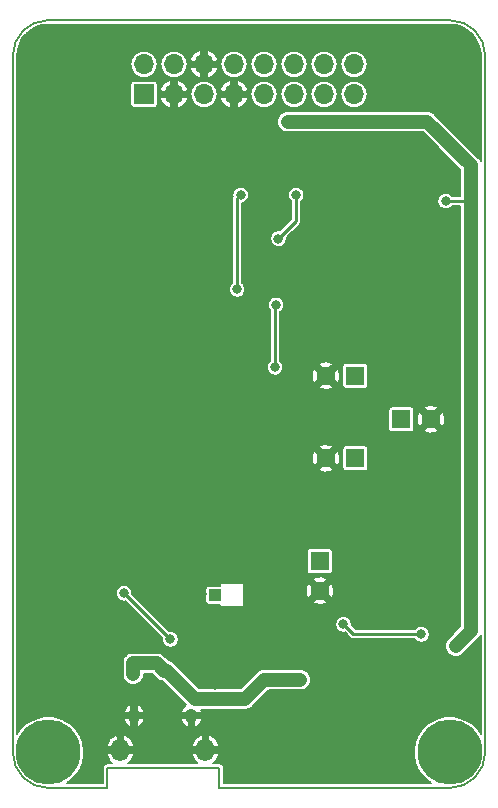
<source format=gbl>
G04 #@! TF.GenerationSoftware,KiCad,Pcbnew,(5.1.0-10-g6006703)*
G04 #@! TF.CreationDate,2019-04-20T21:28:09+08:00*
G04 #@! TF.ProjectId,cicada-2g,63696361-6461-42d3-9267-2e6b69636164,0.1*
G04 #@! TF.SameCoordinates,PX7cee6c0PY3dfd240*
G04 #@! TF.FileFunction,Copper,L2,Bot*
G04 #@! TF.FilePolarity,Positive*
%FSLAX46Y46*%
G04 Gerber Fmt 4.6, Leading zero omitted, Abs format (unit mm)*
G04 Created by KiCad (PCBNEW (5.1.0-10-g6006703)) date 2019-04-20 21:28:09*
%MOMM*%
%LPD*%
G04 APERTURE LIST*
%ADD10C,0.150000*%
%ADD11C,5.500000*%
%ADD12R,1.000000X1.000000*%
%ADD13R,2.200000X1.050000*%
%ADD14O,1.050000X1.250000*%
%ADD15O,1.524000X1.900000*%
%ADD16O,1.700000X1.700000*%
%ADD17R,1.700000X1.700000*%
%ADD18C,1.600000*%
%ADD19R,1.600000X1.600000*%
%ADD20C,0.800000*%
%ADD21C,0.250000*%
%ADD22C,1.200000*%
%ADD23C,0.200000*%
G04 APERTURE END LIST*
D10*
X-2500000Y-60000000D02*
X17000000Y-60000000D01*
X-2500000Y-58300000D02*
X-2500000Y-60000000D01*
X-12000000Y-58300000D02*
X-2500000Y-58300000D01*
X-12000000Y-60000000D02*
X-12000000Y-58300000D01*
X-17000000Y-60000000D02*
G75*
G02X-20000000Y-57000000I0J3000000D01*
G01*
X20000000Y-57000000D02*
G75*
G02X17000000Y-60000000I-3000000J0D01*
G01*
X17000000Y5000000D02*
G75*
G02X20000000Y2000000I0J-3000000D01*
G01*
X-20000000Y2000000D02*
G75*
G02X-17000000Y5000000I3000000J0D01*
G01*
X-20000000Y-57000000D02*
X-20000000Y2000000D01*
X-12000000Y-60000000D02*
X-17000000Y-60000000D01*
X20000000Y2000000D02*
X20000000Y-57000000D01*
X-17000000Y5000000D02*
X17000000Y5000000D01*
D11*
X17000000Y-57000000D03*
X-17000000Y-57000000D03*
D12*
X-2890000Y-43690000D03*
X110000Y-43690000D03*
D13*
X-1390000Y-42215000D03*
X-1390000Y-45165000D03*
D14*
X-4875000Y-53900000D03*
X-9725000Y-53900000D03*
D15*
X-3700000Y-56800000D03*
X-10900000Y-56800000D03*
D16*
X8890000Y1270000D03*
X8890000Y-1270000D03*
X6350000Y1270000D03*
X6350000Y-1270000D03*
X3810000Y1270000D03*
X3810000Y-1270000D03*
X1270000Y1270000D03*
X1270000Y-1270000D03*
X-1270000Y1270000D03*
X-1270000Y-1270000D03*
X-3810000Y1270000D03*
X-3810000Y-1270000D03*
X-6350000Y1270000D03*
X-6350000Y-1270000D03*
X-8890000Y1270000D03*
D17*
X-8890000Y-1270000D03*
D18*
X6000000Y-43300000D03*
D19*
X6000000Y-40800000D03*
D18*
X15400000Y-28800000D03*
D19*
X12900000Y-28800000D03*
D18*
X6500000Y-25100000D03*
D19*
X9000000Y-25100000D03*
D18*
X6500000Y-32100000D03*
D19*
X9000000Y-32100000D03*
D20*
X-50000Y-43600000D03*
X-1000000Y-42200000D03*
X14872982Y-43071179D03*
X-7600000Y-52199984D03*
X-5075000Y-43600000D03*
X-4000000Y-44600000D03*
X-5000000Y-44600000D03*
X-5700000Y-45300000D03*
X-5500000Y-46300000D03*
X-4400000Y-46800000D03*
X-4400000Y-50300000D03*
X-1400000Y-50300000D03*
X-300000Y-48500000D03*
X-300000Y-47500000D03*
X-1000000Y-46600000D03*
X-100000Y-45600000D03*
X-100000Y-44600000D03*
X-100000Y-42600000D03*
X-4000000Y-43600000D03*
X13650000Y-43070000D03*
X9240000Y-42720000D03*
X9240000Y-43720000D03*
X9240000Y-44720000D03*
X14900000Y-40440000D03*
X16000000Y-43040000D03*
X14970000Y-45650000D03*
X16250000Y-45710000D03*
X2810000Y-35480000D03*
X3880000Y-35470000D03*
X-460000Y-36450000D03*
X-500000Y-35240000D03*
X-3930000Y-51230000D03*
X-1840000Y-51230000D03*
X-5630000Y-48510000D03*
X-5620000Y-49520000D03*
X-5570000Y-47290000D03*
X-100000Y-12300000D03*
X5200000Y-12100000D03*
X5400000Y-8800000D03*
X-700000Y-6200000D03*
X13300000Y-34900000D03*
X-16600000Y-29100000D03*
X-18200000Y-30000000D03*
X-18200000Y-29000000D03*
X-18200000Y-31000000D03*
X-18300000Y-36600000D03*
X-14900000Y-36600000D03*
X-18300000Y-38800000D03*
X-14900000Y-38800000D03*
X-16600000Y-39700000D03*
X-9500000Y-28200000D03*
X-9500000Y-25100000D03*
X17300000Y-40400000D03*
X-2843794Y-51274980D03*
X-10400000Y-4000000D03*
X-8800000Y-5400000D03*
X-2500000Y-5500000D03*
X8300000Y-8400000D03*
X11800000Y-7300000D03*
X11900000Y-5200000D03*
X11600000Y-10400000D03*
X12000000Y-14700000D03*
X11800000Y-19300000D03*
X-500000Y-21000000D03*
X-8200000Y-22700000D03*
X-18400000Y-24000000D03*
X-17400000Y-19200000D03*
X-17200000Y-9500000D03*
X-17500000Y-3100000D03*
X-17900000Y-45500000D03*
X-17800000Y-50000000D03*
X-12400000Y-53200000D03*
X1800000Y-55900000D03*
X7600000Y-56000000D03*
X12400000Y-54700000D03*
X18700000Y-52000000D03*
X16600000Y-33600000D03*
X17100000Y-25500000D03*
X12800000Y-23300000D03*
X17400000Y-21600000D03*
X17000000Y-12700000D03*
X15700000Y-7000000D03*
X16200000Y-1200000D03*
X16200000Y3100000D03*
X19100000Y-1200000D03*
X-17500000Y1300000D03*
X-15300000Y3100000D03*
X-11400000Y-100000D03*
X-8400000Y-43700000D03*
X-8300000Y-40700000D03*
X2500000Y-41700000D03*
X2400000Y-44300000D03*
X400000Y-40600000D03*
X-4800000Y-23500000D03*
X-4800000Y-20200000D03*
X-2500000Y-22000000D03*
X-15300000Y-5500000D03*
X-4700000Y-7200000D03*
X-10500000Y-36100000D03*
X-6500000Y-33500000D03*
X-2200000Y-29900000D03*
X-15300000Y-45300000D03*
X-11100000Y3900000D03*
X-3800000Y4100000D03*
X4300000Y4000000D03*
X11000000Y4100000D03*
X-7700000Y-10700000D03*
X-14300000Y-16300000D03*
X14300000Y-33900000D03*
X15800000Y-32500000D03*
X3400000Y-32800000D03*
X-6200000Y-40500000D03*
X13900000Y-50200000D03*
X11700000Y-50600000D03*
X8400000Y-51200000D03*
X18900000Y-49200000D03*
X6900000Y-19000000D03*
X7900000Y-14800000D03*
X-9900000Y-46700000D03*
X-1000000Y-17800000D03*
X-700000Y-9800000D03*
X4000000Y-9800000D03*
X2500000Y-13500000D03*
X14600000Y-47000000D03*
X8000000Y-46150000D03*
X-2900000Y-43650000D03*
X17500000Y-48000000D03*
X3300000Y-3600000D03*
X16650000Y-10325000D03*
X4300000Y-3600000D03*
X18300000Y-47200000D03*
X-7575000Y-49700010D03*
X-9800000Y-49450010D03*
X4350000Y-50850000D03*
X3150000Y-50850000D03*
X-9800000Y-50400000D03*
X-6660000Y-47430000D03*
X-10575000Y-43525002D03*
X2200000Y-24400000D03*
X2300000Y-19100000D03*
D21*
X-1000000Y-10100000D02*
X-700000Y-9800000D01*
X-1000000Y-17800000D02*
X-1000000Y-10100000D01*
X4000000Y-9800000D02*
X4000000Y-12000000D01*
X2899999Y-13100001D02*
X2500000Y-13500000D01*
X4000000Y-12000000D02*
X2899999Y-13100001D01*
X8850000Y-47000000D02*
X8000000Y-46150000D01*
X14600000Y-47000000D02*
X8850000Y-47000000D01*
D22*
X17500000Y-48000000D02*
X18800000Y-46700000D01*
X15100000Y-3600000D02*
X3300000Y-3600000D01*
X18800000Y-7300000D02*
X15100000Y-3600000D01*
D21*
X17215685Y-10325000D02*
X18800000Y-10325000D01*
X16650000Y-10325000D02*
X17215685Y-10325000D01*
D22*
X18800000Y-10325000D02*
X18800000Y-7300000D01*
X18800000Y-46700000D02*
X18800000Y-10325000D01*
X-7900000Y-49450010D02*
X-9234315Y-49450010D01*
X-9234315Y-49450010D02*
X-9800000Y-49450010D01*
X-7825000Y-49450010D02*
X-7575000Y-49700010D01*
X-9800000Y-49450010D02*
X-7825000Y-49450010D01*
X-7175001Y-50100009D02*
X-6949991Y-50100009D01*
X-7575000Y-49700010D02*
X-7175001Y-50100009D01*
X-4575010Y-52474990D02*
X-324990Y-52474990D01*
X-6949991Y-50100009D02*
X-4575010Y-52474990D01*
X1300000Y-50850000D02*
X4350000Y-50850000D01*
X-324990Y-52474990D02*
X1300000Y-50850000D01*
X-9800000Y-49450010D02*
X-9800000Y-50400000D01*
D21*
X-6660000Y-47430000D02*
X-10564998Y-43525002D01*
X-10564998Y-43525002D02*
X-10575000Y-43525002D01*
X2200000Y-19200000D02*
X2300000Y-19100000D01*
X2200000Y-24400000D02*
X2200000Y-19200000D01*
D23*
G36*
X17509514Y4573243D02*
G01*
X17999622Y4425271D01*
X18451659Y4184920D01*
X18848399Y3861346D01*
X19174733Y3466877D01*
X19418233Y3016532D01*
X19569623Y2527470D01*
X19624995Y2000640D01*
X19625000Y1999267D01*
X19625000Y-6934249D01*
X19551943Y-6797568D01*
X19439475Y-6660525D01*
X19405140Y-6632347D01*
X15767657Y-2994865D01*
X15739475Y-2960525D01*
X15602432Y-2848057D01*
X15446081Y-2764486D01*
X15276431Y-2713023D01*
X15144207Y-2700000D01*
X15144206Y-2700000D01*
X15100000Y-2695646D01*
X15055794Y-2700000D01*
X3255793Y-2700000D01*
X3123569Y-2713023D01*
X2953919Y-2764486D01*
X2797568Y-2848057D01*
X2660525Y-2960525D01*
X2548057Y-3097568D01*
X2464486Y-3253919D01*
X2413023Y-3423569D01*
X2395646Y-3600000D01*
X2413023Y-3776431D01*
X2464486Y-3946081D01*
X2548057Y-4102432D01*
X2660525Y-4239475D01*
X2797568Y-4351943D01*
X2953919Y-4435514D01*
X3123569Y-4486977D01*
X3255793Y-4500000D01*
X14727208Y-4500000D01*
X17900001Y-7672794D01*
X17900000Y-9900000D01*
X17207907Y-9900000D01*
X17193726Y-9878776D01*
X17096224Y-9781274D01*
X16981574Y-9704668D01*
X16854182Y-9651901D01*
X16718944Y-9625000D01*
X16581056Y-9625000D01*
X16445818Y-9651901D01*
X16318426Y-9704668D01*
X16203776Y-9781274D01*
X16106274Y-9878776D01*
X16029668Y-9993426D01*
X15976901Y-10120818D01*
X15950000Y-10256056D01*
X15950000Y-10393944D01*
X15976901Y-10529182D01*
X16029668Y-10656574D01*
X16106274Y-10771224D01*
X16203776Y-10868726D01*
X16318426Y-10945332D01*
X16445818Y-10998099D01*
X16581056Y-11025000D01*
X16718944Y-11025000D01*
X16854182Y-10998099D01*
X16981574Y-10945332D01*
X17096224Y-10868726D01*
X17193726Y-10771224D01*
X17207907Y-10750000D01*
X17900001Y-10750000D01*
X17900000Y-46327208D01*
X16832345Y-47394863D01*
X16748057Y-47497569D01*
X16664487Y-47653919D01*
X16613023Y-47823570D01*
X16595646Y-48000000D01*
X16613023Y-48176430D01*
X16664487Y-48346081D01*
X16748057Y-48502431D01*
X16860526Y-48639474D01*
X16997569Y-48751943D01*
X17153919Y-48835513D01*
X17323570Y-48886977D01*
X17500000Y-48904354D01*
X17676430Y-48886977D01*
X17846081Y-48835513D01*
X18002431Y-48751943D01*
X18105137Y-48667655D01*
X19405136Y-47367656D01*
X19439475Y-47339475D01*
X19551943Y-47202432D01*
X19623294Y-47068944D01*
X19625001Y-47065751D01*
X19625001Y-55438736D01*
X19369090Y-55055738D01*
X18944262Y-54630910D01*
X18444717Y-54297125D01*
X17889652Y-54067209D01*
X17300399Y-53950000D01*
X16699601Y-53950000D01*
X16110348Y-54067209D01*
X15555283Y-54297125D01*
X15055738Y-54630910D01*
X14630910Y-55055738D01*
X14297125Y-55555283D01*
X14067209Y-56110348D01*
X13950000Y-56699601D01*
X13950000Y-57300399D01*
X14067209Y-57889652D01*
X14297125Y-58444717D01*
X14630910Y-58944262D01*
X15055738Y-59369090D01*
X15438735Y-59625000D01*
X-2125000Y-59625000D01*
X-2125000Y-58318419D01*
X-2123186Y-58300000D01*
X-2130426Y-58226487D01*
X-2151869Y-58155800D01*
X-2186691Y-58090653D01*
X-2233552Y-58033552D01*
X-2290653Y-57986691D01*
X-2355800Y-57951869D01*
X-2426487Y-57930426D01*
X-2481581Y-57925000D01*
X-2500000Y-57923186D01*
X-2518419Y-57925000D01*
X-3022717Y-57925000D01*
X-2874466Y-57801502D01*
X-2731622Y-57624817D01*
X-2625992Y-57423660D01*
X-2561636Y-57205760D01*
X-2641586Y-57025000D01*
X-3475000Y-57025000D01*
X-3475000Y-57045000D01*
X-3925000Y-57045000D01*
X-3925000Y-57025000D01*
X-4758414Y-57025000D01*
X-4838364Y-57205760D01*
X-4774008Y-57423660D01*
X-4668378Y-57624817D01*
X-4525534Y-57801502D01*
X-4377283Y-57925000D01*
X-10222717Y-57925000D01*
X-10074466Y-57801502D01*
X-9931622Y-57624817D01*
X-9825992Y-57423660D01*
X-9761636Y-57205760D01*
X-9841586Y-57025000D01*
X-10675000Y-57025000D01*
X-10675000Y-57045000D01*
X-11125000Y-57045000D01*
X-11125000Y-57025000D01*
X-11958414Y-57025000D01*
X-12038364Y-57205760D01*
X-11974008Y-57423660D01*
X-11868378Y-57624817D01*
X-11725534Y-57801502D01*
X-11577283Y-57925000D01*
X-11981581Y-57925000D01*
X-12000000Y-57923186D01*
X-12018419Y-57925000D01*
X-12073513Y-57930426D01*
X-12144200Y-57951869D01*
X-12209347Y-57986691D01*
X-12266448Y-58033552D01*
X-12313309Y-58090653D01*
X-12348131Y-58155800D01*
X-12369574Y-58226487D01*
X-12376814Y-58300000D01*
X-12374999Y-58318429D01*
X-12375000Y-59625000D01*
X-15438735Y-59625000D01*
X-15055738Y-59369090D01*
X-14630910Y-58944262D01*
X-14297125Y-58444717D01*
X-14067209Y-57889652D01*
X-13950000Y-57300399D01*
X-13950000Y-56699601D01*
X-14010739Y-56394240D01*
X-12038364Y-56394240D01*
X-11958414Y-56575000D01*
X-11125000Y-56575000D01*
X-11125000Y-55574108D01*
X-10675000Y-55574108D01*
X-10675000Y-56575000D01*
X-9841586Y-56575000D01*
X-9761636Y-56394240D01*
X-4838364Y-56394240D01*
X-4758414Y-56575000D01*
X-3925000Y-56575000D01*
X-3925000Y-55574108D01*
X-3475000Y-55574108D01*
X-3475000Y-56575000D01*
X-2641586Y-56575000D01*
X-2561636Y-56394240D01*
X-2625992Y-56176340D01*
X-2731622Y-55975183D01*
X-2874466Y-55798498D01*
X-3049035Y-55653076D01*
X-3248620Y-55544504D01*
X-3299434Y-55521225D01*
X-3475000Y-55574108D01*
X-3925000Y-55574108D01*
X-4100566Y-55521225D01*
X-4151380Y-55544504D01*
X-4350965Y-55653076D01*
X-4525534Y-55798498D01*
X-4668378Y-55975183D01*
X-4774008Y-56176340D01*
X-4838364Y-56394240D01*
X-9761636Y-56394240D01*
X-9825992Y-56176340D01*
X-9931622Y-55975183D01*
X-10074466Y-55798498D01*
X-10249035Y-55653076D01*
X-10448620Y-55544504D01*
X-10499434Y-55521225D01*
X-10675000Y-55574108D01*
X-11125000Y-55574108D01*
X-11300566Y-55521225D01*
X-11351380Y-55544504D01*
X-11550965Y-55653076D01*
X-11725534Y-55798498D01*
X-11868378Y-55975183D01*
X-11974008Y-56176340D01*
X-12038364Y-56394240D01*
X-14010739Y-56394240D01*
X-14067209Y-56110348D01*
X-14297125Y-55555283D01*
X-14630910Y-55055738D01*
X-15055738Y-54630910D01*
X-15555283Y-54297125D01*
X-15630990Y-54265766D01*
X-10603924Y-54265766D01*
X-10535187Y-54432129D01*
X-10435315Y-54581885D01*
X-10308146Y-54709280D01*
X-10158567Y-54809418D01*
X-10087586Y-54850974D01*
X-9950000Y-54793725D01*
X-9950000Y-54125000D01*
X-9500000Y-54125000D01*
X-9500000Y-54793725D01*
X-9362414Y-54850974D01*
X-9291433Y-54809418D01*
X-9141854Y-54709280D01*
X-9014685Y-54581885D01*
X-8914813Y-54432129D01*
X-8846076Y-54265766D01*
X-5753924Y-54265766D01*
X-5685187Y-54432129D01*
X-5585315Y-54581885D01*
X-5458146Y-54709280D01*
X-5308567Y-54809418D01*
X-5237586Y-54850974D01*
X-5100000Y-54793725D01*
X-5100000Y-54125000D01*
X-4650000Y-54125000D01*
X-4650000Y-54793725D01*
X-4512414Y-54850974D01*
X-4441433Y-54809418D01*
X-4291854Y-54709280D01*
X-4164685Y-54581885D01*
X-4064813Y-54432129D01*
X-3996076Y-54265766D01*
X-4065322Y-54125000D01*
X-4650000Y-54125000D01*
X-5100000Y-54125000D01*
X-5684678Y-54125000D01*
X-5753924Y-54265766D01*
X-8846076Y-54265766D01*
X-8915322Y-54125000D01*
X-9500000Y-54125000D01*
X-9950000Y-54125000D01*
X-10534678Y-54125000D01*
X-10603924Y-54265766D01*
X-15630990Y-54265766D01*
X-16110348Y-54067209D01*
X-16699601Y-53950000D01*
X-17300399Y-53950000D01*
X-17889652Y-54067209D01*
X-18444717Y-54297125D01*
X-18944262Y-54630910D01*
X-19369090Y-55055738D01*
X-19625000Y-55438735D01*
X-19625000Y-53534234D01*
X-10603924Y-53534234D01*
X-10534678Y-53675000D01*
X-9950000Y-53675000D01*
X-9950000Y-53006275D01*
X-9500000Y-53006275D01*
X-9500000Y-53675000D01*
X-8915322Y-53675000D01*
X-8846076Y-53534234D01*
X-8914813Y-53367871D01*
X-9014685Y-53218115D01*
X-9141854Y-53090720D01*
X-9291433Y-52990582D01*
X-9362414Y-52949026D01*
X-9500000Y-53006275D01*
X-9950000Y-53006275D01*
X-10087586Y-52949026D01*
X-10158567Y-52990582D01*
X-10308146Y-53090720D01*
X-10435315Y-53218115D01*
X-10535187Y-53367871D01*
X-10603924Y-53534234D01*
X-19625000Y-53534234D01*
X-19625000Y-49450010D01*
X-10704354Y-49450010D01*
X-10700000Y-49494218D01*
X-10699999Y-50444207D01*
X-10686976Y-50576431D01*
X-10635513Y-50746081D01*
X-10551942Y-50902432D01*
X-10439474Y-51039475D01*
X-10302431Y-51151943D01*
X-10146080Y-51235514D01*
X-9976430Y-51286977D01*
X-9800000Y-51304354D01*
X-9623569Y-51286977D01*
X-9453919Y-51235514D01*
X-9297568Y-51151943D01*
X-9160525Y-51039475D01*
X-9048057Y-50902432D01*
X-8964486Y-50746081D01*
X-8913023Y-50576431D01*
X-8900000Y-50444207D01*
X-8900000Y-50350010D01*
X-8197792Y-50350010D01*
X-7842658Y-50705144D01*
X-7814476Y-50739484D01*
X-7677433Y-50851952D01*
X-7521082Y-50935523D01*
X-7351432Y-50986986D01*
X-7334099Y-50988693D01*
X-5322729Y-53000063D01*
X-5458146Y-53090720D01*
X-5585315Y-53218115D01*
X-5685187Y-53367871D01*
X-5753924Y-53534234D01*
X-5684678Y-53675000D01*
X-5100000Y-53675000D01*
X-5100000Y-53655000D01*
X-4650000Y-53655000D01*
X-4650000Y-53675000D01*
X-4065322Y-53675000D01*
X-3996076Y-53534234D01*
X-4061872Y-53374990D01*
X-369196Y-53374990D01*
X-324990Y-53379344D01*
X-280784Y-53374990D01*
X-280783Y-53374990D01*
X-148559Y-53361967D01*
X21091Y-53310504D01*
X177442Y-53226933D01*
X314485Y-53114465D01*
X342667Y-53080125D01*
X1672792Y-51750000D01*
X4394207Y-51750000D01*
X4526431Y-51736977D01*
X4696081Y-51685514D01*
X4852432Y-51601943D01*
X4989475Y-51489475D01*
X5101943Y-51352432D01*
X5185514Y-51196081D01*
X5236977Y-51026431D01*
X5254354Y-50850000D01*
X5236977Y-50673569D01*
X5185514Y-50503919D01*
X5101943Y-50347568D01*
X4989475Y-50210525D01*
X4852432Y-50098057D01*
X4696081Y-50014486D01*
X4526431Y-49963023D01*
X4394207Y-49950000D01*
X1344206Y-49950000D01*
X1300000Y-49945646D01*
X1255793Y-49950000D01*
X1123569Y-49963023D01*
X953919Y-50014486D01*
X797568Y-50098057D01*
X660525Y-50210525D01*
X632343Y-50244865D01*
X-697782Y-51574990D01*
X-4202218Y-51574990D01*
X-6282336Y-49494872D01*
X-6310516Y-49460534D01*
X-6447559Y-49348066D01*
X-6603910Y-49264495D01*
X-6773560Y-49213032D01*
X-6790893Y-49211325D01*
X-7157342Y-48844876D01*
X-7185525Y-48810535D01*
X-7322568Y-48698067D01*
X-7478919Y-48614496D01*
X-7648569Y-48563033D01*
X-7780793Y-48550010D01*
X-7780794Y-48550010D01*
X-7825000Y-48545656D01*
X-7869206Y-48550010D01*
X-9755794Y-48550010D01*
X-9800000Y-48545656D01*
X-9844207Y-48550010D01*
X-9976431Y-48563033D01*
X-10146081Y-48614496D01*
X-10302432Y-48698067D01*
X-10439475Y-48810535D01*
X-10551943Y-48947578D01*
X-10635514Y-49103929D01*
X-10686977Y-49273579D01*
X-10704354Y-49450010D01*
X-19625000Y-49450010D01*
X-19625000Y-43456058D01*
X-11275000Y-43456058D01*
X-11275000Y-43593946D01*
X-11248099Y-43729184D01*
X-11195332Y-43856576D01*
X-11118726Y-43971226D01*
X-11021224Y-44068728D01*
X-10906574Y-44145334D01*
X-10779182Y-44198101D01*
X-10643944Y-44225002D01*
X-10506056Y-44225002D01*
X-10472678Y-44218363D01*
X-7355020Y-47336021D01*
X-7360000Y-47361056D01*
X-7360000Y-47498944D01*
X-7333099Y-47634182D01*
X-7280332Y-47761574D01*
X-7203726Y-47876224D01*
X-7106224Y-47973726D01*
X-6991574Y-48050332D01*
X-6864182Y-48103099D01*
X-6728944Y-48130000D01*
X-6591056Y-48130000D01*
X-6455818Y-48103099D01*
X-6328426Y-48050332D01*
X-6213776Y-47973726D01*
X-6116274Y-47876224D01*
X-6039668Y-47761574D01*
X-5986901Y-47634182D01*
X-5960000Y-47498944D01*
X-5960000Y-47361056D01*
X-5986901Y-47225818D01*
X-6039668Y-47098426D01*
X-6116274Y-46983776D01*
X-6213776Y-46886274D01*
X-6328426Y-46809668D01*
X-6455818Y-46756901D01*
X-6591056Y-46730000D01*
X-6728944Y-46730000D01*
X-6753979Y-46734980D01*
X-7407903Y-46081056D01*
X7300000Y-46081056D01*
X7300000Y-46218944D01*
X7326901Y-46354182D01*
X7379668Y-46481574D01*
X7456274Y-46596224D01*
X7553776Y-46693726D01*
X7668426Y-46770332D01*
X7795818Y-46823099D01*
X7931056Y-46850000D01*
X8068944Y-46850000D01*
X8093980Y-46845020D01*
X8534716Y-47285756D01*
X8548026Y-47301974D01*
X8612740Y-47355084D01*
X8686573Y-47394548D01*
X8766686Y-47418850D01*
X8850000Y-47427056D01*
X8870874Y-47425000D01*
X14042093Y-47425000D01*
X14056274Y-47446224D01*
X14153776Y-47543726D01*
X14268426Y-47620332D01*
X14395818Y-47673099D01*
X14531056Y-47700000D01*
X14668944Y-47700000D01*
X14804182Y-47673099D01*
X14931574Y-47620332D01*
X15046224Y-47543726D01*
X15143726Y-47446224D01*
X15220332Y-47331574D01*
X15273099Y-47204182D01*
X15300000Y-47068944D01*
X15300000Y-46931056D01*
X15273099Y-46795818D01*
X15220332Y-46668426D01*
X15143726Y-46553776D01*
X15046224Y-46456274D01*
X14931574Y-46379668D01*
X14804182Y-46326901D01*
X14668944Y-46300000D01*
X14531056Y-46300000D01*
X14395818Y-46326901D01*
X14268426Y-46379668D01*
X14153776Y-46456274D01*
X14056274Y-46553776D01*
X14042093Y-46575000D01*
X9026040Y-46575000D01*
X8695020Y-46243980D01*
X8700000Y-46218944D01*
X8700000Y-46081056D01*
X8673099Y-45945818D01*
X8620332Y-45818426D01*
X8543726Y-45703776D01*
X8446224Y-45606274D01*
X8331574Y-45529668D01*
X8204182Y-45476901D01*
X8068944Y-45450000D01*
X7931056Y-45450000D01*
X7795818Y-45476901D01*
X7668426Y-45529668D01*
X7553776Y-45606274D01*
X7456274Y-45703776D01*
X7379668Y-45818426D01*
X7326901Y-45945818D01*
X7300000Y-46081056D01*
X-7407903Y-46081056D01*
X-9878321Y-43610639D01*
X-9875000Y-43593946D01*
X-9875000Y-43456058D01*
X-9901901Y-43320820D01*
X-9954668Y-43193428D01*
X-9956958Y-43190000D01*
X-3691451Y-43190000D01*
X-3691451Y-44190000D01*
X-3685659Y-44248810D01*
X-3668504Y-44305360D01*
X-3640647Y-44357477D01*
X-3603158Y-44403158D01*
X-3557477Y-44440647D01*
X-3505360Y-44468504D01*
X-3448810Y-44485659D01*
X-3390000Y-44491451D01*
X-2490000Y-44491451D01*
X-2490000Y-44590000D01*
X-2488079Y-44609509D01*
X-2482388Y-44628268D01*
X-2473147Y-44645557D01*
X-2460711Y-44660711D01*
X-2445557Y-44673147D01*
X-2428268Y-44682388D01*
X-2409509Y-44688079D01*
X-2390000Y-44690000D01*
X-490000Y-44690000D01*
X-470491Y-44688079D01*
X-451732Y-44682388D01*
X-434443Y-44673147D01*
X-419289Y-44660711D01*
X-406853Y-44645557D01*
X-397612Y-44628268D01*
X-391921Y-44609509D01*
X-390000Y-44590000D01*
X-390000Y-44224665D01*
X5393533Y-44224665D01*
X5485722Y-44390637D01*
X5708376Y-44470011D01*
X5942238Y-44504423D01*
X6178320Y-44492550D01*
X6407548Y-44434847D01*
X6514278Y-44390637D01*
X6606467Y-44224665D01*
X6000000Y-43618198D01*
X5393533Y-44224665D01*
X-390000Y-44224665D01*
X-390000Y-43242238D01*
X4795577Y-43242238D01*
X4807450Y-43478320D01*
X4865153Y-43707548D01*
X4909363Y-43814278D01*
X5075335Y-43906467D01*
X5681802Y-43300000D01*
X6318198Y-43300000D01*
X6924665Y-43906467D01*
X7090637Y-43814278D01*
X7170011Y-43591624D01*
X7204423Y-43357762D01*
X7192550Y-43121680D01*
X7134847Y-42892452D01*
X7090637Y-42785722D01*
X6924665Y-42693533D01*
X6318198Y-43300000D01*
X5681802Y-43300000D01*
X5075335Y-42693533D01*
X4909363Y-42785722D01*
X4829989Y-43008376D01*
X4795577Y-43242238D01*
X-390000Y-43242238D01*
X-390000Y-42790000D01*
X-391921Y-42770491D01*
X-397612Y-42751732D01*
X-406853Y-42734443D01*
X-419289Y-42719289D01*
X-434443Y-42706853D01*
X-451732Y-42697612D01*
X-470491Y-42691921D01*
X-490000Y-42690000D01*
X-2390000Y-42690000D01*
X-2409509Y-42691921D01*
X-2428268Y-42697612D01*
X-2445557Y-42706853D01*
X-2460711Y-42719289D01*
X-2473147Y-42734443D01*
X-2482388Y-42751732D01*
X-2488079Y-42770491D01*
X-2490000Y-42790000D01*
X-2490000Y-42888549D01*
X-3390000Y-42888549D01*
X-3448810Y-42894341D01*
X-3505360Y-42911496D01*
X-3557477Y-42939353D01*
X-3603158Y-42976842D01*
X-3640647Y-43022523D01*
X-3668504Y-43074640D01*
X-3685659Y-43131190D01*
X-3691451Y-43190000D01*
X-9956958Y-43190000D01*
X-10031274Y-43078778D01*
X-10128776Y-42981276D01*
X-10243426Y-42904670D01*
X-10370818Y-42851903D01*
X-10506056Y-42825002D01*
X-10643944Y-42825002D01*
X-10779182Y-42851903D01*
X-10906574Y-42904670D01*
X-11021224Y-42981276D01*
X-11118726Y-43078778D01*
X-11195332Y-43193428D01*
X-11248099Y-43320820D01*
X-11275000Y-43456058D01*
X-19625000Y-43456058D01*
X-19625000Y-42375335D01*
X5393533Y-42375335D01*
X6000000Y-42981802D01*
X6606467Y-42375335D01*
X6514278Y-42209363D01*
X6291624Y-42129989D01*
X6057762Y-42095577D01*
X5821680Y-42107450D01*
X5592452Y-42165153D01*
X5485722Y-42209363D01*
X5393533Y-42375335D01*
X-19625000Y-42375335D01*
X-19625000Y-40000000D01*
X4898549Y-40000000D01*
X4898549Y-41600000D01*
X4904341Y-41658810D01*
X4921496Y-41715360D01*
X4949353Y-41767477D01*
X4986842Y-41813158D01*
X5032523Y-41850647D01*
X5084640Y-41878504D01*
X5141190Y-41895659D01*
X5200000Y-41901451D01*
X6800000Y-41901451D01*
X6858810Y-41895659D01*
X6915360Y-41878504D01*
X6967477Y-41850647D01*
X7013158Y-41813158D01*
X7050647Y-41767477D01*
X7078504Y-41715360D01*
X7095659Y-41658810D01*
X7101451Y-41600000D01*
X7101451Y-40000000D01*
X7095659Y-39941190D01*
X7078504Y-39884640D01*
X7050647Y-39832523D01*
X7013158Y-39786842D01*
X6967477Y-39749353D01*
X6915360Y-39721496D01*
X6858810Y-39704341D01*
X6800000Y-39698549D01*
X5200000Y-39698549D01*
X5141190Y-39704341D01*
X5084640Y-39721496D01*
X5032523Y-39749353D01*
X4986842Y-39786842D01*
X4949353Y-39832523D01*
X4921496Y-39884640D01*
X4904341Y-39941190D01*
X4898549Y-40000000D01*
X-19625000Y-40000000D01*
X-19625000Y-33024665D01*
X5893533Y-33024665D01*
X5985722Y-33190637D01*
X6208376Y-33270011D01*
X6442238Y-33304423D01*
X6678320Y-33292550D01*
X6907548Y-33234847D01*
X7014278Y-33190637D01*
X7106467Y-33024665D01*
X6500000Y-32418198D01*
X5893533Y-33024665D01*
X-19625000Y-33024665D01*
X-19625000Y-32042238D01*
X5295577Y-32042238D01*
X5307450Y-32278320D01*
X5365153Y-32507548D01*
X5409363Y-32614278D01*
X5575335Y-32706467D01*
X6181802Y-32100000D01*
X6818198Y-32100000D01*
X7424665Y-32706467D01*
X7590637Y-32614278D01*
X7670011Y-32391624D01*
X7704423Y-32157762D01*
X7692550Y-31921680D01*
X7634847Y-31692452D01*
X7590637Y-31585722D01*
X7424665Y-31493533D01*
X6818198Y-32100000D01*
X6181802Y-32100000D01*
X5575335Y-31493533D01*
X5409363Y-31585722D01*
X5329989Y-31808376D01*
X5295577Y-32042238D01*
X-19625000Y-32042238D01*
X-19625000Y-31175335D01*
X5893533Y-31175335D01*
X6500000Y-31781802D01*
X6981802Y-31300000D01*
X7898549Y-31300000D01*
X7898549Y-32900000D01*
X7904341Y-32958810D01*
X7921496Y-33015360D01*
X7949353Y-33067477D01*
X7986842Y-33113158D01*
X8032523Y-33150647D01*
X8084640Y-33178504D01*
X8141190Y-33195659D01*
X8200000Y-33201451D01*
X9800000Y-33201451D01*
X9858810Y-33195659D01*
X9915360Y-33178504D01*
X9967477Y-33150647D01*
X10013158Y-33113158D01*
X10050647Y-33067477D01*
X10078504Y-33015360D01*
X10095659Y-32958810D01*
X10101451Y-32900000D01*
X10101451Y-31300000D01*
X10095659Y-31241190D01*
X10078504Y-31184640D01*
X10050647Y-31132523D01*
X10013158Y-31086842D01*
X9967477Y-31049353D01*
X9915360Y-31021496D01*
X9858810Y-31004341D01*
X9800000Y-30998549D01*
X8200000Y-30998549D01*
X8141190Y-31004341D01*
X8084640Y-31021496D01*
X8032523Y-31049353D01*
X7986842Y-31086842D01*
X7949353Y-31132523D01*
X7921496Y-31184640D01*
X7904341Y-31241190D01*
X7898549Y-31300000D01*
X6981802Y-31300000D01*
X7106467Y-31175335D01*
X7014278Y-31009363D01*
X6791624Y-30929989D01*
X6557762Y-30895577D01*
X6321680Y-30907450D01*
X6092452Y-30965153D01*
X5985722Y-31009363D01*
X5893533Y-31175335D01*
X-19625000Y-31175335D01*
X-19625000Y-28000000D01*
X11798549Y-28000000D01*
X11798549Y-29600000D01*
X11804341Y-29658810D01*
X11821496Y-29715360D01*
X11849353Y-29767477D01*
X11886842Y-29813158D01*
X11932523Y-29850647D01*
X11984640Y-29878504D01*
X12041190Y-29895659D01*
X12100000Y-29901451D01*
X13700000Y-29901451D01*
X13758810Y-29895659D01*
X13815360Y-29878504D01*
X13867477Y-29850647D01*
X13913158Y-29813158D01*
X13950647Y-29767477D01*
X13973530Y-29724665D01*
X14793533Y-29724665D01*
X14885722Y-29890637D01*
X15108376Y-29970011D01*
X15342238Y-30004423D01*
X15578320Y-29992550D01*
X15807548Y-29934847D01*
X15914278Y-29890637D01*
X16006467Y-29724665D01*
X15400000Y-29118198D01*
X14793533Y-29724665D01*
X13973530Y-29724665D01*
X13978504Y-29715360D01*
X13995659Y-29658810D01*
X14001451Y-29600000D01*
X14001451Y-28742238D01*
X14195577Y-28742238D01*
X14207450Y-28978320D01*
X14265153Y-29207548D01*
X14309363Y-29314278D01*
X14475335Y-29406467D01*
X15081802Y-28800000D01*
X15718198Y-28800000D01*
X16324665Y-29406467D01*
X16490637Y-29314278D01*
X16570011Y-29091624D01*
X16604423Y-28857762D01*
X16592550Y-28621680D01*
X16534847Y-28392452D01*
X16490637Y-28285722D01*
X16324665Y-28193533D01*
X15718198Y-28800000D01*
X15081802Y-28800000D01*
X14475335Y-28193533D01*
X14309363Y-28285722D01*
X14229989Y-28508376D01*
X14195577Y-28742238D01*
X14001451Y-28742238D01*
X14001451Y-28000000D01*
X13995659Y-27941190D01*
X13978504Y-27884640D01*
X13973531Y-27875335D01*
X14793533Y-27875335D01*
X15400000Y-28481802D01*
X16006467Y-27875335D01*
X15914278Y-27709363D01*
X15691624Y-27629989D01*
X15457762Y-27595577D01*
X15221680Y-27607450D01*
X14992452Y-27665153D01*
X14885722Y-27709363D01*
X14793533Y-27875335D01*
X13973531Y-27875335D01*
X13950647Y-27832523D01*
X13913158Y-27786842D01*
X13867477Y-27749353D01*
X13815360Y-27721496D01*
X13758810Y-27704341D01*
X13700000Y-27698549D01*
X12100000Y-27698549D01*
X12041190Y-27704341D01*
X11984640Y-27721496D01*
X11932523Y-27749353D01*
X11886842Y-27786842D01*
X11849353Y-27832523D01*
X11821496Y-27884640D01*
X11804341Y-27941190D01*
X11798549Y-28000000D01*
X-19625000Y-28000000D01*
X-19625000Y-26024665D01*
X5893533Y-26024665D01*
X5985722Y-26190637D01*
X6208376Y-26270011D01*
X6442238Y-26304423D01*
X6678320Y-26292550D01*
X6907548Y-26234847D01*
X7014278Y-26190637D01*
X7106467Y-26024665D01*
X6500000Y-25418198D01*
X5893533Y-26024665D01*
X-19625000Y-26024665D01*
X-19625000Y-24331056D01*
X1500000Y-24331056D01*
X1500000Y-24468944D01*
X1526901Y-24604182D01*
X1579668Y-24731574D01*
X1656274Y-24846224D01*
X1753776Y-24943726D01*
X1868426Y-25020332D01*
X1995818Y-25073099D01*
X2131056Y-25100000D01*
X2268944Y-25100000D01*
X2404182Y-25073099D01*
X2478687Y-25042238D01*
X5295577Y-25042238D01*
X5307450Y-25278320D01*
X5365153Y-25507548D01*
X5409363Y-25614278D01*
X5575335Y-25706467D01*
X6181802Y-25100000D01*
X6818198Y-25100000D01*
X7424665Y-25706467D01*
X7590637Y-25614278D01*
X7670011Y-25391624D01*
X7704423Y-25157762D01*
X7692550Y-24921680D01*
X7634847Y-24692452D01*
X7590637Y-24585722D01*
X7424665Y-24493533D01*
X6818198Y-25100000D01*
X6181802Y-25100000D01*
X5575335Y-24493533D01*
X5409363Y-24585722D01*
X5329989Y-24808376D01*
X5295577Y-25042238D01*
X2478687Y-25042238D01*
X2531574Y-25020332D01*
X2646224Y-24943726D01*
X2743726Y-24846224D01*
X2820332Y-24731574D01*
X2873099Y-24604182D01*
X2900000Y-24468944D01*
X2900000Y-24331056D01*
X2873099Y-24195818D01*
X2864615Y-24175335D01*
X5893533Y-24175335D01*
X6500000Y-24781802D01*
X6981802Y-24300000D01*
X7898549Y-24300000D01*
X7898549Y-25900000D01*
X7904341Y-25958810D01*
X7921496Y-26015360D01*
X7949353Y-26067477D01*
X7986842Y-26113158D01*
X8032523Y-26150647D01*
X8084640Y-26178504D01*
X8141190Y-26195659D01*
X8200000Y-26201451D01*
X9800000Y-26201451D01*
X9858810Y-26195659D01*
X9915360Y-26178504D01*
X9967477Y-26150647D01*
X10013158Y-26113158D01*
X10050647Y-26067477D01*
X10078504Y-26015360D01*
X10095659Y-25958810D01*
X10101451Y-25900000D01*
X10101451Y-24300000D01*
X10095659Y-24241190D01*
X10078504Y-24184640D01*
X10050647Y-24132523D01*
X10013158Y-24086842D01*
X9967477Y-24049353D01*
X9915360Y-24021496D01*
X9858810Y-24004341D01*
X9800000Y-23998549D01*
X8200000Y-23998549D01*
X8141190Y-24004341D01*
X8084640Y-24021496D01*
X8032523Y-24049353D01*
X7986842Y-24086842D01*
X7949353Y-24132523D01*
X7921496Y-24184640D01*
X7904341Y-24241190D01*
X7898549Y-24300000D01*
X6981802Y-24300000D01*
X7106467Y-24175335D01*
X7014278Y-24009363D01*
X6791624Y-23929989D01*
X6557762Y-23895577D01*
X6321680Y-23907450D01*
X6092452Y-23965153D01*
X5985722Y-24009363D01*
X5893533Y-24175335D01*
X2864615Y-24175335D01*
X2820332Y-24068426D01*
X2743726Y-23953776D01*
X2646224Y-23856274D01*
X2625000Y-23842093D01*
X2625000Y-19723055D01*
X2631574Y-19720332D01*
X2746224Y-19643726D01*
X2843726Y-19546224D01*
X2920332Y-19431574D01*
X2973099Y-19304182D01*
X3000000Y-19168944D01*
X3000000Y-19031056D01*
X2973099Y-18895818D01*
X2920332Y-18768426D01*
X2843726Y-18653776D01*
X2746224Y-18556274D01*
X2631574Y-18479668D01*
X2504182Y-18426901D01*
X2368944Y-18400000D01*
X2231056Y-18400000D01*
X2095818Y-18426901D01*
X1968426Y-18479668D01*
X1853776Y-18556274D01*
X1756274Y-18653776D01*
X1679668Y-18768426D01*
X1626901Y-18895818D01*
X1600000Y-19031056D01*
X1600000Y-19168944D01*
X1626901Y-19304182D01*
X1679668Y-19431574D01*
X1756274Y-19546224D01*
X1775001Y-19564951D01*
X1775000Y-23842093D01*
X1753776Y-23856274D01*
X1656274Y-23953776D01*
X1579668Y-24068426D01*
X1526901Y-24195818D01*
X1500000Y-24331056D01*
X-19625000Y-24331056D01*
X-19625000Y-17731056D01*
X-1700000Y-17731056D01*
X-1700000Y-17868944D01*
X-1673099Y-18004182D01*
X-1620332Y-18131574D01*
X-1543726Y-18246224D01*
X-1446224Y-18343726D01*
X-1331574Y-18420332D01*
X-1204182Y-18473099D01*
X-1068944Y-18500000D01*
X-931056Y-18500000D01*
X-795818Y-18473099D01*
X-668426Y-18420332D01*
X-553776Y-18343726D01*
X-456274Y-18246224D01*
X-379668Y-18131574D01*
X-326901Y-18004182D01*
X-300000Y-17868944D01*
X-300000Y-17731056D01*
X-326901Y-17595818D01*
X-379668Y-17468426D01*
X-456274Y-17353776D01*
X-553776Y-17256274D01*
X-575000Y-17242093D01*
X-575000Y-13431056D01*
X1800000Y-13431056D01*
X1800000Y-13568944D01*
X1826901Y-13704182D01*
X1879668Y-13831574D01*
X1956274Y-13946224D01*
X2053776Y-14043726D01*
X2168426Y-14120332D01*
X2295818Y-14173099D01*
X2431056Y-14200000D01*
X2568944Y-14200000D01*
X2704182Y-14173099D01*
X2831574Y-14120332D01*
X2946224Y-14043726D01*
X3043726Y-13946224D01*
X3120332Y-13831574D01*
X3173099Y-13704182D01*
X3200000Y-13568944D01*
X3200000Y-13431056D01*
X3195020Y-13406021D01*
X3215279Y-13385762D01*
X3215283Y-13385757D01*
X4285762Y-12315279D01*
X4301974Y-12301974D01*
X4355084Y-12237260D01*
X4394548Y-12163427D01*
X4418850Y-12083314D01*
X4425000Y-12020874D01*
X4425000Y-12020868D01*
X4427055Y-12000001D01*
X4425000Y-11979134D01*
X4425000Y-10357907D01*
X4446224Y-10343726D01*
X4543726Y-10246224D01*
X4620332Y-10131574D01*
X4673099Y-10004182D01*
X4700000Y-9868944D01*
X4700000Y-9731056D01*
X4673099Y-9595818D01*
X4620332Y-9468426D01*
X4543726Y-9353776D01*
X4446224Y-9256274D01*
X4331574Y-9179668D01*
X4204182Y-9126901D01*
X4068944Y-9100000D01*
X3931056Y-9100000D01*
X3795818Y-9126901D01*
X3668426Y-9179668D01*
X3553776Y-9256274D01*
X3456274Y-9353776D01*
X3379668Y-9468426D01*
X3326901Y-9595818D01*
X3300000Y-9731056D01*
X3300000Y-9868944D01*
X3326901Y-10004182D01*
X3379668Y-10131574D01*
X3456274Y-10246224D01*
X3553776Y-10343726D01*
X3575000Y-10357907D01*
X3575001Y-11823958D01*
X2614243Y-12784717D01*
X2614238Y-12784721D01*
X2593979Y-12804980D01*
X2568944Y-12800000D01*
X2431056Y-12800000D01*
X2295818Y-12826901D01*
X2168426Y-12879668D01*
X2053776Y-12956274D01*
X1956274Y-13053776D01*
X1879668Y-13168426D01*
X1826901Y-13295818D01*
X1800000Y-13431056D01*
X-575000Y-13431056D01*
X-575000Y-10488850D01*
X-495818Y-10473099D01*
X-368426Y-10420332D01*
X-253776Y-10343726D01*
X-156274Y-10246224D01*
X-79668Y-10131574D01*
X-26901Y-10004182D01*
X0Y-9868944D01*
X0Y-9731056D01*
X-26901Y-9595818D01*
X-79668Y-9468426D01*
X-156274Y-9353776D01*
X-253776Y-9256274D01*
X-368426Y-9179668D01*
X-495818Y-9126901D01*
X-631056Y-9100000D01*
X-768944Y-9100000D01*
X-904182Y-9126901D01*
X-1031574Y-9179668D01*
X-1146224Y-9256274D01*
X-1243726Y-9353776D01*
X-1320332Y-9468426D01*
X-1373099Y-9595818D01*
X-1400000Y-9731056D01*
X-1400000Y-9868944D01*
X-1388717Y-9925666D01*
X-1394547Y-9936573D01*
X-1418850Y-10016686D01*
X-1427055Y-10100000D01*
X-1424999Y-10120877D01*
X-1425000Y-17242093D01*
X-1446224Y-17256274D01*
X-1543726Y-17353776D01*
X-1620332Y-17468426D01*
X-1673099Y-17595818D01*
X-1700000Y-17731056D01*
X-19625000Y-17731056D01*
X-19625000Y-420000D01*
X-10041451Y-420000D01*
X-10041451Y-2120000D01*
X-10035659Y-2178810D01*
X-10018504Y-2235360D01*
X-9990647Y-2287477D01*
X-9953158Y-2333158D01*
X-9907477Y-2370647D01*
X-9855360Y-2398504D01*
X-9798810Y-2415659D01*
X-9740000Y-2421451D01*
X-8040000Y-2421451D01*
X-7981190Y-2415659D01*
X-7924640Y-2398504D01*
X-7872523Y-2370647D01*
X-7826842Y-2333158D01*
X-7789353Y-2287477D01*
X-7761496Y-2235360D01*
X-7744341Y-2178810D01*
X-7738549Y-2120000D01*
X-7738549Y-1684581D01*
X-7529258Y-1684581D01*
X-7425718Y-1906677D01*
X-7280839Y-2104306D01*
X-7100188Y-2269873D01*
X-6890708Y-2397015D01*
X-6764579Y-2449247D01*
X-6575000Y-2397774D01*
X-6575000Y-1495000D01*
X-6125000Y-1495000D01*
X-6125000Y-2397774D01*
X-5935421Y-2449247D01*
X-5809292Y-2397015D01*
X-5599812Y-2269873D01*
X-5419161Y-2104306D01*
X-5274282Y-1906677D01*
X-5170742Y-1684581D01*
X-5220406Y-1495000D01*
X-6125000Y-1495000D01*
X-6575000Y-1495000D01*
X-7479594Y-1495000D01*
X-7529258Y-1684581D01*
X-7738549Y-1684581D01*
X-7738549Y-1270000D01*
X-4965564Y-1270000D01*
X-4943360Y-1495439D01*
X-4877602Y-1712215D01*
X-4770816Y-1911997D01*
X-4627107Y-2087107D01*
X-4451997Y-2230816D01*
X-4252215Y-2337602D01*
X-4035439Y-2403360D01*
X-3866492Y-2420000D01*
X-3753508Y-2420000D01*
X-3584561Y-2403360D01*
X-3367785Y-2337602D01*
X-3168003Y-2230816D01*
X-2992893Y-2087107D01*
X-2849184Y-1911997D01*
X-2742398Y-1712215D01*
X-2734016Y-1684581D01*
X-2449258Y-1684581D01*
X-2345718Y-1906677D01*
X-2200839Y-2104306D01*
X-2020188Y-2269873D01*
X-1810708Y-2397015D01*
X-1684579Y-2449247D01*
X-1495000Y-2397774D01*
X-1495000Y-1495000D01*
X-1045000Y-1495000D01*
X-1045000Y-2397774D01*
X-855421Y-2449247D01*
X-729292Y-2397015D01*
X-519812Y-2269873D01*
X-339161Y-2104306D01*
X-194282Y-1906677D01*
X-90742Y-1684581D01*
X-140406Y-1495000D01*
X-1045000Y-1495000D01*
X-1495000Y-1495000D01*
X-2399594Y-1495000D01*
X-2449258Y-1684581D01*
X-2734016Y-1684581D01*
X-2676640Y-1495439D01*
X-2654436Y-1270000D01*
X114436Y-1270000D01*
X136640Y-1495439D01*
X202398Y-1712215D01*
X309184Y-1911997D01*
X452893Y-2087107D01*
X628003Y-2230816D01*
X827785Y-2337602D01*
X1044561Y-2403360D01*
X1213508Y-2420000D01*
X1326492Y-2420000D01*
X1495439Y-2403360D01*
X1712215Y-2337602D01*
X1911997Y-2230816D01*
X2087107Y-2087107D01*
X2230816Y-1911997D01*
X2337602Y-1712215D01*
X2403360Y-1495439D01*
X2425564Y-1270000D01*
X2654436Y-1270000D01*
X2676640Y-1495439D01*
X2742398Y-1712215D01*
X2849184Y-1911997D01*
X2992893Y-2087107D01*
X3168003Y-2230816D01*
X3367785Y-2337602D01*
X3584561Y-2403360D01*
X3753508Y-2420000D01*
X3866492Y-2420000D01*
X4035439Y-2403360D01*
X4252215Y-2337602D01*
X4451997Y-2230816D01*
X4627107Y-2087107D01*
X4770816Y-1911997D01*
X4877602Y-1712215D01*
X4943360Y-1495439D01*
X4965564Y-1270000D01*
X5194436Y-1270000D01*
X5216640Y-1495439D01*
X5282398Y-1712215D01*
X5389184Y-1911997D01*
X5532893Y-2087107D01*
X5708003Y-2230816D01*
X5907785Y-2337602D01*
X6124561Y-2403360D01*
X6293508Y-2420000D01*
X6406492Y-2420000D01*
X6575439Y-2403360D01*
X6792215Y-2337602D01*
X6991997Y-2230816D01*
X7167107Y-2087107D01*
X7310816Y-1911997D01*
X7417602Y-1712215D01*
X7483360Y-1495439D01*
X7505564Y-1270000D01*
X7734436Y-1270000D01*
X7756640Y-1495439D01*
X7822398Y-1712215D01*
X7929184Y-1911997D01*
X8072893Y-2087107D01*
X8248003Y-2230816D01*
X8447785Y-2337602D01*
X8664561Y-2403360D01*
X8833508Y-2420000D01*
X8946492Y-2420000D01*
X9115439Y-2403360D01*
X9332215Y-2337602D01*
X9531997Y-2230816D01*
X9707107Y-2087107D01*
X9850816Y-1911997D01*
X9957602Y-1712215D01*
X10023360Y-1495439D01*
X10045564Y-1270000D01*
X10023360Y-1044561D01*
X9957602Y-827785D01*
X9850816Y-628003D01*
X9707107Y-452893D01*
X9531997Y-309184D01*
X9332215Y-202398D01*
X9115439Y-136640D01*
X8946492Y-120000D01*
X8833508Y-120000D01*
X8664561Y-136640D01*
X8447785Y-202398D01*
X8248003Y-309184D01*
X8072893Y-452893D01*
X7929184Y-628003D01*
X7822398Y-827785D01*
X7756640Y-1044561D01*
X7734436Y-1270000D01*
X7505564Y-1270000D01*
X7483360Y-1044561D01*
X7417602Y-827785D01*
X7310816Y-628003D01*
X7167107Y-452893D01*
X6991997Y-309184D01*
X6792215Y-202398D01*
X6575439Y-136640D01*
X6406492Y-120000D01*
X6293508Y-120000D01*
X6124561Y-136640D01*
X5907785Y-202398D01*
X5708003Y-309184D01*
X5532893Y-452893D01*
X5389184Y-628003D01*
X5282398Y-827785D01*
X5216640Y-1044561D01*
X5194436Y-1270000D01*
X4965564Y-1270000D01*
X4943360Y-1044561D01*
X4877602Y-827785D01*
X4770816Y-628003D01*
X4627107Y-452893D01*
X4451997Y-309184D01*
X4252215Y-202398D01*
X4035439Y-136640D01*
X3866492Y-120000D01*
X3753508Y-120000D01*
X3584561Y-136640D01*
X3367785Y-202398D01*
X3168003Y-309184D01*
X2992893Y-452893D01*
X2849184Y-628003D01*
X2742398Y-827785D01*
X2676640Y-1044561D01*
X2654436Y-1270000D01*
X2425564Y-1270000D01*
X2403360Y-1044561D01*
X2337602Y-827785D01*
X2230816Y-628003D01*
X2087107Y-452893D01*
X1911997Y-309184D01*
X1712215Y-202398D01*
X1495439Y-136640D01*
X1326492Y-120000D01*
X1213508Y-120000D01*
X1044561Y-136640D01*
X827785Y-202398D01*
X628003Y-309184D01*
X452893Y-452893D01*
X309184Y-628003D01*
X202398Y-827785D01*
X136640Y-1044561D01*
X114436Y-1270000D01*
X-2654436Y-1270000D01*
X-2676640Y-1044561D01*
X-2734015Y-855419D01*
X-2449258Y-855419D01*
X-2399594Y-1045000D01*
X-1495000Y-1045000D01*
X-1495000Y-142226D01*
X-1045000Y-142226D01*
X-1045000Y-1045000D01*
X-140406Y-1045000D01*
X-90742Y-855419D01*
X-194282Y-633323D01*
X-339161Y-435694D01*
X-519812Y-270127D01*
X-729292Y-142985D01*
X-855421Y-90753D01*
X-1045000Y-142226D01*
X-1495000Y-142226D01*
X-1684579Y-90753D01*
X-1810708Y-142985D01*
X-2020188Y-270127D01*
X-2200839Y-435694D01*
X-2345718Y-633323D01*
X-2449258Y-855419D01*
X-2734015Y-855419D01*
X-2742398Y-827785D01*
X-2849184Y-628003D01*
X-2992893Y-452893D01*
X-3168003Y-309184D01*
X-3367785Y-202398D01*
X-3584561Y-136640D01*
X-3753508Y-120000D01*
X-3866492Y-120000D01*
X-4035439Y-136640D01*
X-4252215Y-202398D01*
X-4451997Y-309184D01*
X-4627107Y-452893D01*
X-4770816Y-628003D01*
X-4877602Y-827785D01*
X-4943360Y-1044561D01*
X-4965564Y-1270000D01*
X-7738549Y-1270000D01*
X-7738549Y-855419D01*
X-7529258Y-855419D01*
X-7479594Y-1045000D01*
X-6575000Y-1045000D01*
X-6575000Y-142226D01*
X-6125000Y-142226D01*
X-6125000Y-1045000D01*
X-5220406Y-1045000D01*
X-5170742Y-855419D01*
X-5274282Y-633323D01*
X-5419161Y-435694D01*
X-5599812Y-270127D01*
X-5809292Y-142985D01*
X-5935421Y-90753D01*
X-6125000Y-142226D01*
X-6575000Y-142226D01*
X-6764579Y-90753D01*
X-6890708Y-142985D01*
X-7100188Y-270127D01*
X-7280839Y-435694D01*
X-7425718Y-633323D01*
X-7529258Y-855419D01*
X-7738549Y-855419D01*
X-7738549Y-420000D01*
X-7744341Y-361190D01*
X-7761496Y-304640D01*
X-7789353Y-252523D01*
X-7826842Y-206842D01*
X-7872523Y-169353D01*
X-7924640Y-141496D01*
X-7981190Y-124341D01*
X-8040000Y-118549D01*
X-9740000Y-118549D01*
X-9798810Y-124341D01*
X-9855360Y-141496D01*
X-9907477Y-169353D01*
X-9953158Y-206842D01*
X-9990647Y-252523D01*
X-10018504Y-304640D01*
X-10035659Y-361190D01*
X-10041451Y-420000D01*
X-19625000Y-420000D01*
X-19625000Y1270000D01*
X-10045564Y1270000D01*
X-10023360Y1044561D01*
X-9957602Y827785D01*
X-9850816Y628003D01*
X-9707107Y452893D01*
X-9531997Y309184D01*
X-9332215Y202398D01*
X-9115439Y136640D01*
X-8946492Y120000D01*
X-8833508Y120000D01*
X-8664561Y136640D01*
X-8447785Y202398D01*
X-8248003Y309184D01*
X-8072893Y452893D01*
X-7929184Y628003D01*
X-7822398Y827785D01*
X-7756640Y1044561D01*
X-7734436Y1270000D01*
X-7505564Y1270000D01*
X-7483360Y1044561D01*
X-7417602Y827785D01*
X-7310816Y628003D01*
X-7167107Y452893D01*
X-6991997Y309184D01*
X-6792215Y202398D01*
X-6575439Y136640D01*
X-6406492Y120000D01*
X-6293508Y120000D01*
X-6124561Y136640D01*
X-5907785Y202398D01*
X-5708003Y309184D01*
X-5532893Y452893D01*
X-5389184Y628003D01*
X-5282398Y827785D01*
X-5274016Y855419D01*
X-4989258Y855419D01*
X-4885718Y633323D01*
X-4740839Y435694D01*
X-4560188Y270127D01*
X-4350708Y142985D01*
X-4224579Y90753D01*
X-4035000Y142226D01*
X-4035000Y1045000D01*
X-3585000Y1045000D01*
X-3585000Y142226D01*
X-3395421Y90753D01*
X-3269292Y142985D01*
X-3059812Y270127D01*
X-2879161Y435694D01*
X-2734282Y633323D01*
X-2630742Y855419D01*
X-2680406Y1045000D01*
X-3585000Y1045000D01*
X-4035000Y1045000D01*
X-4939594Y1045000D01*
X-4989258Y855419D01*
X-5274016Y855419D01*
X-5216640Y1044561D01*
X-5194436Y1270000D01*
X-2425564Y1270000D01*
X-2403360Y1044561D01*
X-2337602Y827785D01*
X-2230816Y628003D01*
X-2087107Y452893D01*
X-1911997Y309184D01*
X-1712215Y202398D01*
X-1495439Y136640D01*
X-1326492Y120000D01*
X-1213508Y120000D01*
X-1044561Y136640D01*
X-827785Y202398D01*
X-628003Y309184D01*
X-452893Y452893D01*
X-309184Y628003D01*
X-202398Y827785D01*
X-136640Y1044561D01*
X-114436Y1270000D01*
X114436Y1270000D01*
X136640Y1044561D01*
X202398Y827785D01*
X309184Y628003D01*
X452893Y452893D01*
X628003Y309184D01*
X827785Y202398D01*
X1044561Y136640D01*
X1213508Y120000D01*
X1326492Y120000D01*
X1495439Y136640D01*
X1712215Y202398D01*
X1911997Y309184D01*
X2087107Y452893D01*
X2230816Y628003D01*
X2337602Y827785D01*
X2403360Y1044561D01*
X2425564Y1270000D01*
X2654436Y1270000D01*
X2676640Y1044561D01*
X2742398Y827785D01*
X2849184Y628003D01*
X2992893Y452893D01*
X3168003Y309184D01*
X3367785Y202398D01*
X3584561Y136640D01*
X3753508Y120000D01*
X3866492Y120000D01*
X4035439Y136640D01*
X4252215Y202398D01*
X4451997Y309184D01*
X4627107Y452893D01*
X4770816Y628003D01*
X4877602Y827785D01*
X4943360Y1044561D01*
X4965564Y1270000D01*
X5194436Y1270000D01*
X5216640Y1044561D01*
X5282398Y827785D01*
X5389184Y628003D01*
X5532893Y452893D01*
X5708003Y309184D01*
X5907785Y202398D01*
X6124561Y136640D01*
X6293508Y120000D01*
X6406492Y120000D01*
X6575439Y136640D01*
X6792215Y202398D01*
X6991997Y309184D01*
X7167107Y452893D01*
X7310816Y628003D01*
X7417602Y827785D01*
X7483360Y1044561D01*
X7505564Y1270000D01*
X7734436Y1270000D01*
X7756640Y1044561D01*
X7822398Y827785D01*
X7929184Y628003D01*
X8072893Y452893D01*
X8248003Y309184D01*
X8447785Y202398D01*
X8664561Y136640D01*
X8833508Y120000D01*
X8946492Y120000D01*
X9115439Y136640D01*
X9332215Y202398D01*
X9531997Y309184D01*
X9707107Y452893D01*
X9850816Y628003D01*
X9957602Y827785D01*
X10023360Y1044561D01*
X10045564Y1270000D01*
X10023360Y1495439D01*
X9957602Y1712215D01*
X9850816Y1911997D01*
X9707107Y2087107D01*
X9531997Y2230816D01*
X9332215Y2337602D01*
X9115439Y2403360D01*
X8946492Y2420000D01*
X8833508Y2420000D01*
X8664561Y2403360D01*
X8447785Y2337602D01*
X8248003Y2230816D01*
X8072893Y2087107D01*
X7929184Y1911997D01*
X7822398Y1712215D01*
X7756640Y1495439D01*
X7734436Y1270000D01*
X7505564Y1270000D01*
X7483360Y1495439D01*
X7417602Y1712215D01*
X7310816Y1911997D01*
X7167107Y2087107D01*
X6991997Y2230816D01*
X6792215Y2337602D01*
X6575439Y2403360D01*
X6406492Y2420000D01*
X6293508Y2420000D01*
X6124561Y2403360D01*
X5907785Y2337602D01*
X5708003Y2230816D01*
X5532893Y2087107D01*
X5389184Y1911997D01*
X5282398Y1712215D01*
X5216640Y1495439D01*
X5194436Y1270000D01*
X4965564Y1270000D01*
X4943360Y1495439D01*
X4877602Y1712215D01*
X4770816Y1911997D01*
X4627107Y2087107D01*
X4451997Y2230816D01*
X4252215Y2337602D01*
X4035439Y2403360D01*
X3866492Y2420000D01*
X3753508Y2420000D01*
X3584561Y2403360D01*
X3367785Y2337602D01*
X3168003Y2230816D01*
X2992893Y2087107D01*
X2849184Y1911997D01*
X2742398Y1712215D01*
X2676640Y1495439D01*
X2654436Y1270000D01*
X2425564Y1270000D01*
X2403360Y1495439D01*
X2337602Y1712215D01*
X2230816Y1911997D01*
X2087107Y2087107D01*
X1911997Y2230816D01*
X1712215Y2337602D01*
X1495439Y2403360D01*
X1326492Y2420000D01*
X1213508Y2420000D01*
X1044561Y2403360D01*
X827785Y2337602D01*
X628003Y2230816D01*
X452893Y2087107D01*
X309184Y1911997D01*
X202398Y1712215D01*
X136640Y1495439D01*
X114436Y1270000D01*
X-114436Y1270000D01*
X-136640Y1495439D01*
X-202398Y1712215D01*
X-309184Y1911997D01*
X-452893Y2087107D01*
X-628003Y2230816D01*
X-827785Y2337602D01*
X-1044561Y2403360D01*
X-1213508Y2420000D01*
X-1326492Y2420000D01*
X-1495439Y2403360D01*
X-1712215Y2337602D01*
X-1911997Y2230816D01*
X-2087107Y2087107D01*
X-2230816Y1911997D01*
X-2337602Y1712215D01*
X-2403360Y1495439D01*
X-2425564Y1270000D01*
X-5194436Y1270000D01*
X-5216640Y1495439D01*
X-5274015Y1684581D01*
X-4989258Y1684581D01*
X-4939594Y1495000D01*
X-4035000Y1495000D01*
X-4035000Y2397774D01*
X-3585000Y2397774D01*
X-3585000Y1495000D01*
X-2680406Y1495000D01*
X-2630742Y1684581D01*
X-2734282Y1906677D01*
X-2879161Y2104306D01*
X-3059812Y2269873D01*
X-3269292Y2397015D01*
X-3395421Y2449247D01*
X-3585000Y2397774D01*
X-4035000Y2397774D01*
X-4224579Y2449247D01*
X-4350708Y2397015D01*
X-4560188Y2269873D01*
X-4740839Y2104306D01*
X-4885718Y1906677D01*
X-4989258Y1684581D01*
X-5274015Y1684581D01*
X-5282398Y1712215D01*
X-5389184Y1911997D01*
X-5532893Y2087107D01*
X-5708003Y2230816D01*
X-5907785Y2337602D01*
X-6124561Y2403360D01*
X-6293508Y2420000D01*
X-6406492Y2420000D01*
X-6575439Y2403360D01*
X-6792215Y2337602D01*
X-6991997Y2230816D01*
X-7167107Y2087107D01*
X-7310816Y1911997D01*
X-7417602Y1712215D01*
X-7483360Y1495439D01*
X-7505564Y1270000D01*
X-7734436Y1270000D01*
X-7756640Y1495439D01*
X-7822398Y1712215D01*
X-7929184Y1911997D01*
X-8072893Y2087107D01*
X-8248003Y2230816D01*
X-8447785Y2337602D01*
X-8664561Y2403360D01*
X-8833508Y2420000D01*
X-8946492Y2420000D01*
X-9115439Y2403360D01*
X-9332215Y2337602D01*
X-9531997Y2230816D01*
X-9707107Y2087107D01*
X-9850816Y1911997D01*
X-9957602Y1712215D01*
X-10023360Y1495439D01*
X-10045564Y1270000D01*
X-19625000Y1270000D01*
X-19625000Y1981662D01*
X-19573243Y2509514D01*
X-19425271Y2999622D01*
X-19184920Y3451659D01*
X-18861346Y3848399D01*
X-18466877Y4174733D01*
X-18016532Y4418233D01*
X-17527470Y4569623D01*
X-17000640Y4624995D01*
X-16999267Y4625000D01*
X16981662Y4625000D01*
X17509514Y4573243D01*
X17509514Y4573243D01*
G37*
X17509514Y4573243D02*
X17999622Y4425271D01*
X18451659Y4184920D01*
X18848399Y3861346D01*
X19174733Y3466877D01*
X19418233Y3016532D01*
X19569623Y2527470D01*
X19624995Y2000640D01*
X19625000Y1999267D01*
X19625000Y-6934249D01*
X19551943Y-6797568D01*
X19439475Y-6660525D01*
X19405140Y-6632347D01*
X15767657Y-2994865D01*
X15739475Y-2960525D01*
X15602432Y-2848057D01*
X15446081Y-2764486D01*
X15276431Y-2713023D01*
X15144207Y-2700000D01*
X15144206Y-2700000D01*
X15100000Y-2695646D01*
X15055794Y-2700000D01*
X3255793Y-2700000D01*
X3123569Y-2713023D01*
X2953919Y-2764486D01*
X2797568Y-2848057D01*
X2660525Y-2960525D01*
X2548057Y-3097568D01*
X2464486Y-3253919D01*
X2413023Y-3423569D01*
X2395646Y-3600000D01*
X2413023Y-3776431D01*
X2464486Y-3946081D01*
X2548057Y-4102432D01*
X2660525Y-4239475D01*
X2797568Y-4351943D01*
X2953919Y-4435514D01*
X3123569Y-4486977D01*
X3255793Y-4500000D01*
X14727208Y-4500000D01*
X17900001Y-7672794D01*
X17900000Y-9900000D01*
X17207907Y-9900000D01*
X17193726Y-9878776D01*
X17096224Y-9781274D01*
X16981574Y-9704668D01*
X16854182Y-9651901D01*
X16718944Y-9625000D01*
X16581056Y-9625000D01*
X16445818Y-9651901D01*
X16318426Y-9704668D01*
X16203776Y-9781274D01*
X16106274Y-9878776D01*
X16029668Y-9993426D01*
X15976901Y-10120818D01*
X15950000Y-10256056D01*
X15950000Y-10393944D01*
X15976901Y-10529182D01*
X16029668Y-10656574D01*
X16106274Y-10771224D01*
X16203776Y-10868726D01*
X16318426Y-10945332D01*
X16445818Y-10998099D01*
X16581056Y-11025000D01*
X16718944Y-11025000D01*
X16854182Y-10998099D01*
X16981574Y-10945332D01*
X17096224Y-10868726D01*
X17193726Y-10771224D01*
X17207907Y-10750000D01*
X17900001Y-10750000D01*
X17900000Y-46327208D01*
X16832345Y-47394863D01*
X16748057Y-47497569D01*
X16664487Y-47653919D01*
X16613023Y-47823570D01*
X16595646Y-48000000D01*
X16613023Y-48176430D01*
X16664487Y-48346081D01*
X16748057Y-48502431D01*
X16860526Y-48639474D01*
X16997569Y-48751943D01*
X17153919Y-48835513D01*
X17323570Y-48886977D01*
X17500000Y-48904354D01*
X17676430Y-48886977D01*
X17846081Y-48835513D01*
X18002431Y-48751943D01*
X18105137Y-48667655D01*
X19405136Y-47367656D01*
X19439475Y-47339475D01*
X19551943Y-47202432D01*
X19623294Y-47068944D01*
X19625001Y-47065751D01*
X19625001Y-55438736D01*
X19369090Y-55055738D01*
X18944262Y-54630910D01*
X18444717Y-54297125D01*
X17889652Y-54067209D01*
X17300399Y-53950000D01*
X16699601Y-53950000D01*
X16110348Y-54067209D01*
X15555283Y-54297125D01*
X15055738Y-54630910D01*
X14630910Y-55055738D01*
X14297125Y-55555283D01*
X14067209Y-56110348D01*
X13950000Y-56699601D01*
X13950000Y-57300399D01*
X14067209Y-57889652D01*
X14297125Y-58444717D01*
X14630910Y-58944262D01*
X15055738Y-59369090D01*
X15438735Y-59625000D01*
X-2125000Y-59625000D01*
X-2125000Y-58318419D01*
X-2123186Y-58300000D01*
X-2130426Y-58226487D01*
X-2151869Y-58155800D01*
X-2186691Y-58090653D01*
X-2233552Y-58033552D01*
X-2290653Y-57986691D01*
X-2355800Y-57951869D01*
X-2426487Y-57930426D01*
X-2481581Y-57925000D01*
X-2500000Y-57923186D01*
X-2518419Y-57925000D01*
X-3022717Y-57925000D01*
X-2874466Y-57801502D01*
X-2731622Y-57624817D01*
X-2625992Y-57423660D01*
X-2561636Y-57205760D01*
X-2641586Y-57025000D01*
X-3475000Y-57025000D01*
X-3475000Y-57045000D01*
X-3925000Y-57045000D01*
X-3925000Y-57025000D01*
X-4758414Y-57025000D01*
X-4838364Y-57205760D01*
X-4774008Y-57423660D01*
X-4668378Y-57624817D01*
X-4525534Y-57801502D01*
X-4377283Y-57925000D01*
X-10222717Y-57925000D01*
X-10074466Y-57801502D01*
X-9931622Y-57624817D01*
X-9825992Y-57423660D01*
X-9761636Y-57205760D01*
X-9841586Y-57025000D01*
X-10675000Y-57025000D01*
X-10675000Y-57045000D01*
X-11125000Y-57045000D01*
X-11125000Y-57025000D01*
X-11958414Y-57025000D01*
X-12038364Y-57205760D01*
X-11974008Y-57423660D01*
X-11868378Y-57624817D01*
X-11725534Y-57801502D01*
X-11577283Y-57925000D01*
X-11981581Y-57925000D01*
X-12000000Y-57923186D01*
X-12018419Y-57925000D01*
X-12073513Y-57930426D01*
X-12144200Y-57951869D01*
X-12209347Y-57986691D01*
X-12266448Y-58033552D01*
X-12313309Y-58090653D01*
X-12348131Y-58155800D01*
X-12369574Y-58226487D01*
X-12376814Y-58300000D01*
X-12374999Y-58318429D01*
X-12375000Y-59625000D01*
X-15438735Y-59625000D01*
X-15055738Y-59369090D01*
X-14630910Y-58944262D01*
X-14297125Y-58444717D01*
X-14067209Y-57889652D01*
X-13950000Y-57300399D01*
X-13950000Y-56699601D01*
X-14010739Y-56394240D01*
X-12038364Y-56394240D01*
X-11958414Y-56575000D01*
X-11125000Y-56575000D01*
X-11125000Y-55574108D01*
X-10675000Y-55574108D01*
X-10675000Y-56575000D01*
X-9841586Y-56575000D01*
X-9761636Y-56394240D01*
X-4838364Y-56394240D01*
X-4758414Y-56575000D01*
X-3925000Y-56575000D01*
X-3925000Y-55574108D01*
X-3475000Y-55574108D01*
X-3475000Y-56575000D01*
X-2641586Y-56575000D01*
X-2561636Y-56394240D01*
X-2625992Y-56176340D01*
X-2731622Y-55975183D01*
X-2874466Y-55798498D01*
X-3049035Y-55653076D01*
X-3248620Y-55544504D01*
X-3299434Y-55521225D01*
X-3475000Y-55574108D01*
X-3925000Y-55574108D01*
X-4100566Y-55521225D01*
X-4151380Y-55544504D01*
X-4350965Y-55653076D01*
X-4525534Y-55798498D01*
X-4668378Y-55975183D01*
X-4774008Y-56176340D01*
X-4838364Y-56394240D01*
X-9761636Y-56394240D01*
X-9825992Y-56176340D01*
X-9931622Y-55975183D01*
X-10074466Y-55798498D01*
X-10249035Y-55653076D01*
X-10448620Y-55544504D01*
X-10499434Y-55521225D01*
X-10675000Y-55574108D01*
X-11125000Y-55574108D01*
X-11300566Y-55521225D01*
X-11351380Y-55544504D01*
X-11550965Y-55653076D01*
X-11725534Y-55798498D01*
X-11868378Y-55975183D01*
X-11974008Y-56176340D01*
X-12038364Y-56394240D01*
X-14010739Y-56394240D01*
X-14067209Y-56110348D01*
X-14297125Y-55555283D01*
X-14630910Y-55055738D01*
X-15055738Y-54630910D01*
X-15555283Y-54297125D01*
X-15630990Y-54265766D01*
X-10603924Y-54265766D01*
X-10535187Y-54432129D01*
X-10435315Y-54581885D01*
X-10308146Y-54709280D01*
X-10158567Y-54809418D01*
X-10087586Y-54850974D01*
X-9950000Y-54793725D01*
X-9950000Y-54125000D01*
X-9500000Y-54125000D01*
X-9500000Y-54793725D01*
X-9362414Y-54850974D01*
X-9291433Y-54809418D01*
X-9141854Y-54709280D01*
X-9014685Y-54581885D01*
X-8914813Y-54432129D01*
X-8846076Y-54265766D01*
X-5753924Y-54265766D01*
X-5685187Y-54432129D01*
X-5585315Y-54581885D01*
X-5458146Y-54709280D01*
X-5308567Y-54809418D01*
X-5237586Y-54850974D01*
X-5100000Y-54793725D01*
X-5100000Y-54125000D01*
X-4650000Y-54125000D01*
X-4650000Y-54793725D01*
X-4512414Y-54850974D01*
X-4441433Y-54809418D01*
X-4291854Y-54709280D01*
X-4164685Y-54581885D01*
X-4064813Y-54432129D01*
X-3996076Y-54265766D01*
X-4065322Y-54125000D01*
X-4650000Y-54125000D01*
X-5100000Y-54125000D01*
X-5684678Y-54125000D01*
X-5753924Y-54265766D01*
X-8846076Y-54265766D01*
X-8915322Y-54125000D01*
X-9500000Y-54125000D01*
X-9950000Y-54125000D01*
X-10534678Y-54125000D01*
X-10603924Y-54265766D01*
X-15630990Y-54265766D01*
X-16110348Y-54067209D01*
X-16699601Y-53950000D01*
X-17300399Y-53950000D01*
X-17889652Y-54067209D01*
X-18444717Y-54297125D01*
X-18944262Y-54630910D01*
X-19369090Y-55055738D01*
X-19625000Y-55438735D01*
X-19625000Y-53534234D01*
X-10603924Y-53534234D01*
X-10534678Y-53675000D01*
X-9950000Y-53675000D01*
X-9950000Y-53006275D01*
X-9500000Y-53006275D01*
X-9500000Y-53675000D01*
X-8915322Y-53675000D01*
X-8846076Y-53534234D01*
X-8914813Y-53367871D01*
X-9014685Y-53218115D01*
X-9141854Y-53090720D01*
X-9291433Y-52990582D01*
X-9362414Y-52949026D01*
X-9500000Y-53006275D01*
X-9950000Y-53006275D01*
X-10087586Y-52949026D01*
X-10158567Y-52990582D01*
X-10308146Y-53090720D01*
X-10435315Y-53218115D01*
X-10535187Y-53367871D01*
X-10603924Y-53534234D01*
X-19625000Y-53534234D01*
X-19625000Y-49450010D01*
X-10704354Y-49450010D01*
X-10700000Y-49494218D01*
X-10699999Y-50444207D01*
X-10686976Y-50576431D01*
X-10635513Y-50746081D01*
X-10551942Y-50902432D01*
X-10439474Y-51039475D01*
X-10302431Y-51151943D01*
X-10146080Y-51235514D01*
X-9976430Y-51286977D01*
X-9800000Y-51304354D01*
X-9623569Y-51286977D01*
X-9453919Y-51235514D01*
X-9297568Y-51151943D01*
X-9160525Y-51039475D01*
X-9048057Y-50902432D01*
X-8964486Y-50746081D01*
X-8913023Y-50576431D01*
X-8900000Y-50444207D01*
X-8900000Y-50350010D01*
X-8197792Y-50350010D01*
X-7842658Y-50705144D01*
X-7814476Y-50739484D01*
X-7677433Y-50851952D01*
X-7521082Y-50935523D01*
X-7351432Y-50986986D01*
X-7334099Y-50988693D01*
X-5322729Y-53000063D01*
X-5458146Y-53090720D01*
X-5585315Y-53218115D01*
X-5685187Y-53367871D01*
X-5753924Y-53534234D01*
X-5684678Y-53675000D01*
X-5100000Y-53675000D01*
X-5100000Y-53655000D01*
X-4650000Y-53655000D01*
X-4650000Y-53675000D01*
X-4065322Y-53675000D01*
X-3996076Y-53534234D01*
X-4061872Y-53374990D01*
X-369196Y-53374990D01*
X-324990Y-53379344D01*
X-280784Y-53374990D01*
X-280783Y-53374990D01*
X-148559Y-53361967D01*
X21091Y-53310504D01*
X177442Y-53226933D01*
X314485Y-53114465D01*
X342667Y-53080125D01*
X1672792Y-51750000D01*
X4394207Y-51750000D01*
X4526431Y-51736977D01*
X4696081Y-51685514D01*
X4852432Y-51601943D01*
X4989475Y-51489475D01*
X5101943Y-51352432D01*
X5185514Y-51196081D01*
X5236977Y-51026431D01*
X5254354Y-50850000D01*
X5236977Y-50673569D01*
X5185514Y-50503919D01*
X5101943Y-50347568D01*
X4989475Y-50210525D01*
X4852432Y-50098057D01*
X4696081Y-50014486D01*
X4526431Y-49963023D01*
X4394207Y-49950000D01*
X1344206Y-49950000D01*
X1300000Y-49945646D01*
X1255793Y-49950000D01*
X1123569Y-49963023D01*
X953919Y-50014486D01*
X797568Y-50098057D01*
X660525Y-50210525D01*
X632343Y-50244865D01*
X-697782Y-51574990D01*
X-4202218Y-51574990D01*
X-6282336Y-49494872D01*
X-6310516Y-49460534D01*
X-6447559Y-49348066D01*
X-6603910Y-49264495D01*
X-6773560Y-49213032D01*
X-6790893Y-49211325D01*
X-7157342Y-48844876D01*
X-7185525Y-48810535D01*
X-7322568Y-48698067D01*
X-7478919Y-48614496D01*
X-7648569Y-48563033D01*
X-7780793Y-48550010D01*
X-7780794Y-48550010D01*
X-7825000Y-48545656D01*
X-7869206Y-48550010D01*
X-9755794Y-48550010D01*
X-9800000Y-48545656D01*
X-9844207Y-48550010D01*
X-9976431Y-48563033D01*
X-10146081Y-48614496D01*
X-10302432Y-48698067D01*
X-10439475Y-48810535D01*
X-10551943Y-48947578D01*
X-10635514Y-49103929D01*
X-10686977Y-49273579D01*
X-10704354Y-49450010D01*
X-19625000Y-49450010D01*
X-19625000Y-43456058D01*
X-11275000Y-43456058D01*
X-11275000Y-43593946D01*
X-11248099Y-43729184D01*
X-11195332Y-43856576D01*
X-11118726Y-43971226D01*
X-11021224Y-44068728D01*
X-10906574Y-44145334D01*
X-10779182Y-44198101D01*
X-10643944Y-44225002D01*
X-10506056Y-44225002D01*
X-10472678Y-44218363D01*
X-7355020Y-47336021D01*
X-7360000Y-47361056D01*
X-7360000Y-47498944D01*
X-7333099Y-47634182D01*
X-7280332Y-47761574D01*
X-7203726Y-47876224D01*
X-7106224Y-47973726D01*
X-6991574Y-48050332D01*
X-6864182Y-48103099D01*
X-6728944Y-48130000D01*
X-6591056Y-48130000D01*
X-6455818Y-48103099D01*
X-6328426Y-48050332D01*
X-6213776Y-47973726D01*
X-6116274Y-47876224D01*
X-6039668Y-47761574D01*
X-5986901Y-47634182D01*
X-5960000Y-47498944D01*
X-5960000Y-47361056D01*
X-5986901Y-47225818D01*
X-6039668Y-47098426D01*
X-6116274Y-46983776D01*
X-6213776Y-46886274D01*
X-6328426Y-46809668D01*
X-6455818Y-46756901D01*
X-6591056Y-46730000D01*
X-6728944Y-46730000D01*
X-6753979Y-46734980D01*
X-7407903Y-46081056D01*
X7300000Y-46081056D01*
X7300000Y-46218944D01*
X7326901Y-46354182D01*
X7379668Y-46481574D01*
X7456274Y-46596224D01*
X7553776Y-46693726D01*
X7668426Y-46770332D01*
X7795818Y-46823099D01*
X7931056Y-46850000D01*
X8068944Y-46850000D01*
X8093980Y-46845020D01*
X8534716Y-47285756D01*
X8548026Y-47301974D01*
X8612740Y-47355084D01*
X8686573Y-47394548D01*
X8766686Y-47418850D01*
X8850000Y-47427056D01*
X8870874Y-47425000D01*
X14042093Y-47425000D01*
X14056274Y-47446224D01*
X14153776Y-47543726D01*
X14268426Y-47620332D01*
X14395818Y-47673099D01*
X14531056Y-47700000D01*
X14668944Y-47700000D01*
X14804182Y-47673099D01*
X14931574Y-47620332D01*
X15046224Y-47543726D01*
X15143726Y-47446224D01*
X15220332Y-47331574D01*
X15273099Y-47204182D01*
X15300000Y-47068944D01*
X15300000Y-46931056D01*
X15273099Y-46795818D01*
X15220332Y-46668426D01*
X15143726Y-46553776D01*
X15046224Y-46456274D01*
X14931574Y-46379668D01*
X14804182Y-46326901D01*
X14668944Y-46300000D01*
X14531056Y-46300000D01*
X14395818Y-46326901D01*
X14268426Y-46379668D01*
X14153776Y-46456274D01*
X14056274Y-46553776D01*
X14042093Y-46575000D01*
X9026040Y-46575000D01*
X8695020Y-46243980D01*
X8700000Y-46218944D01*
X8700000Y-46081056D01*
X8673099Y-45945818D01*
X8620332Y-45818426D01*
X8543726Y-45703776D01*
X8446224Y-45606274D01*
X8331574Y-45529668D01*
X8204182Y-45476901D01*
X8068944Y-45450000D01*
X7931056Y-45450000D01*
X7795818Y-45476901D01*
X7668426Y-45529668D01*
X7553776Y-45606274D01*
X7456274Y-45703776D01*
X7379668Y-45818426D01*
X7326901Y-45945818D01*
X7300000Y-46081056D01*
X-7407903Y-46081056D01*
X-9878321Y-43610639D01*
X-9875000Y-43593946D01*
X-9875000Y-43456058D01*
X-9901901Y-43320820D01*
X-9954668Y-43193428D01*
X-9956958Y-43190000D01*
X-3691451Y-43190000D01*
X-3691451Y-44190000D01*
X-3685659Y-44248810D01*
X-3668504Y-44305360D01*
X-3640647Y-44357477D01*
X-3603158Y-44403158D01*
X-3557477Y-44440647D01*
X-3505360Y-44468504D01*
X-3448810Y-44485659D01*
X-3390000Y-44491451D01*
X-2490000Y-44491451D01*
X-2490000Y-44590000D01*
X-2488079Y-44609509D01*
X-2482388Y-44628268D01*
X-2473147Y-44645557D01*
X-2460711Y-44660711D01*
X-2445557Y-44673147D01*
X-2428268Y-44682388D01*
X-2409509Y-44688079D01*
X-2390000Y-44690000D01*
X-490000Y-44690000D01*
X-470491Y-44688079D01*
X-451732Y-44682388D01*
X-434443Y-44673147D01*
X-419289Y-44660711D01*
X-406853Y-44645557D01*
X-397612Y-44628268D01*
X-391921Y-44609509D01*
X-390000Y-44590000D01*
X-390000Y-44224665D01*
X5393533Y-44224665D01*
X5485722Y-44390637D01*
X5708376Y-44470011D01*
X5942238Y-44504423D01*
X6178320Y-44492550D01*
X6407548Y-44434847D01*
X6514278Y-44390637D01*
X6606467Y-44224665D01*
X6000000Y-43618198D01*
X5393533Y-44224665D01*
X-390000Y-44224665D01*
X-390000Y-43242238D01*
X4795577Y-43242238D01*
X4807450Y-43478320D01*
X4865153Y-43707548D01*
X4909363Y-43814278D01*
X5075335Y-43906467D01*
X5681802Y-43300000D01*
X6318198Y-43300000D01*
X6924665Y-43906467D01*
X7090637Y-43814278D01*
X7170011Y-43591624D01*
X7204423Y-43357762D01*
X7192550Y-43121680D01*
X7134847Y-42892452D01*
X7090637Y-42785722D01*
X6924665Y-42693533D01*
X6318198Y-43300000D01*
X5681802Y-43300000D01*
X5075335Y-42693533D01*
X4909363Y-42785722D01*
X4829989Y-43008376D01*
X4795577Y-43242238D01*
X-390000Y-43242238D01*
X-390000Y-42790000D01*
X-391921Y-42770491D01*
X-397612Y-42751732D01*
X-406853Y-42734443D01*
X-419289Y-42719289D01*
X-434443Y-42706853D01*
X-451732Y-42697612D01*
X-470491Y-42691921D01*
X-490000Y-42690000D01*
X-2390000Y-42690000D01*
X-2409509Y-42691921D01*
X-2428268Y-42697612D01*
X-2445557Y-42706853D01*
X-2460711Y-42719289D01*
X-2473147Y-42734443D01*
X-2482388Y-42751732D01*
X-2488079Y-42770491D01*
X-2490000Y-42790000D01*
X-2490000Y-42888549D01*
X-3390000Y-42888549D01*
X-3448810Y-42894341D01*
X-3505360Y-42911496D01*
X-3557477Y-42939353D01*
X-3603158Y-42976842D01*
X-3640647Y-43022523D01*
X-3668504Y-43074640D01*
X-3685659Y-43131190D01*
X-3691451Y-43190000D01*
X-9956958Y-43190000D01*
X-10031274Y-43078778D01*
X-10128776Y-42981276D01*
X-10243426Y-42904670D01*
X-10370818Y-42851903D01*
X-10506056Y-42825002D01*
X-10643944Y-42825002D01*
X-10779182Y-42851903D01*
X-10906574Y-42904670D01*
X-11021224Y-42981276D01*
X-11118726Y-43078778D01*
X-11195332Y-43193428D01*
X-11248099Y-43320820D01*
X-11275000Y-43456058D01*
X-19625000Y-43456058D01*
X-19625000Y-42375335D01*
X5393533Y-42375335D01*
X6000000Y-42981802D01*
X6606467Y-42375335D01*
X6514278Y-42209363D01*
X6291624Y-42129989D01*
X6057762Y-42095577D01*
X5821680Y-42107450D01*
X5592452Y-42165153D01*
X5485722Y-42209363D01*
X5393533Y-42375335D01*
X-19625000Y-42375335D01*
X-19625000Y-40000000D01*
X4898549Y-40000000D01*
X4898549Y-41600000D01*
X4904341Y-41658810D01*
X4921496Y-41715360D01*
X4949353Y-41767477D01*
X4986842Y-41813158D01*
X5032523Y-41850647D01*
X5084640Y-41878504D01*
X5141190Y-41895659D01*
X5200000Y-41901451D01*
X6800000Y-41901451D01*
X6858810Y-41895659D01*
X6915360Y-41878504D01*
X6967477Y-41850647D01*
X7013158Y-41813158D01*
X7050647Y-41767477D01*
X7078504Y-41715360D01*
X7095659Y-41658810D01*
X7101451Y-41600000D01*
X7101451Y-40000000D01*
X7095659Y-39941190D01*
X7078504Y-39884640D01*
X7050647Y-39832523D01*
X7013158Y-39786842D01*
X6967477Y-39749353D01*
X6915360Y-39721496D01*
X6858810Y-39704341D01*
X6800000Y-39698549D01*
X5200000Y-39698549D01*
X5141190Y-39704341D01*
X5084640Y-39721496D01*
X5032523Y-39749353D01*
X4986842Y-39786842D01*
X4949353Y-39832523D01*
X4921496Y-39884640D01*
X4904341Y-39941190D01*
X4898549Y-40000000D01*
X-19625000Y-40000000D01*
X-19625000Y-33024665D01*
X5893533Y-33024665D01*
X5985722Y-33190637D01*
X6208376Y-33270011D01*
X6442238Y-33304423D01*
X6678320Y-33292550D01*
X6907548Y-33234847D01*
X7014278Y-33190637D01*
X7106467Y-33024665D01*
X6500000Y-32418198D01*
X5893533Y-33024665D01*
X-19625000Y-33024665D01*
X-19625000Y-32042238D01*
X5295577Y-32042238D01*
X5307450Y-32278320D01*
X5365153Y-32507548D01*
X5409363Y-32614278D01*
X5575335Y-32706467D01*
X6181802Y-32100000D01*
X6818198Y-32100000D01*
X7424665Y-32706467D01*
X7590637Y-32614278D01*
X7670011Y-32391624D01*
X7704423Y-32157762D01*
X7692550Y-31921680D01*
X7634847Y-31692452D01*
X7590637Y-31585722D01*
X7424665Y-31493533D01*
X6818198Y-32100000D01*
X6181802Y-32100000D01*
X5575335Y-31493533D01*
X5409363Y-31585722D01*
X5329989Y-31808376D01*
X5295577Y-32042238D01*
X-19625000Y-32042238D01*
X-19625000Y-31175335D01*
X5893533Y-31175335D01*
X6500000Y-31781802D01*
X6981802Y-31300000D01*
X7898549Y-31300000D01*
X7898549Y-32900000D01*
X7904341Y-32958810D01*
X7921496Y-33015360D01*
X7949353Y-33067477D01*
X7986842Y-33113158D01*
X8032523Y-33150647D01*
X8084640Y-33178504D01*
X8141190Y-33195659D01*
X8200000Y-33201451D01*
X9800000Y-33201451D01*
X9858810Y-33195659D01*
X9915360Y-33178504D01*
X9967477Y-33150647D01*
X10013158Y-33113158D01*
X10050647Y-33067477D01*
X10078504Y-33015360D01*
X10095659Y-32958810D01*
X10101451Y-32900000D01*
X10101451Y-31300000D01*
X10095659Y-31241190D01*
X10078504Y-31184640D01*
X10050647Y-31132523D01*
X10013158Y-31086842D01*
X9967477Y-31049353D01*
X9915360Y-31021496D01*
X9858810Y-31004341D01*
X9800000Y-30998549D01*
X8200000Y-30998549D01*
X8141190Y-31004341D01*
X8084640Y-31021496D01*
X8032523Y-31049353D01*
X7986842Y-31086842D01*
X7949353Y-31132523D01*
X7921496Y-31184640D01*
X7904341Y-31241190D01*
X7898549Y-31300000D01*
X6981802Y-31300000D01*
X7106467Y-31175335D01*
X7014278Y-31009363D01*
X6791624Y-30929989D01*
X6557762Y-30895577D01*
X6321680Y-30907450D01*
X6092452Y-30965153D01*
X5985722Y-31009363D01*
X5893533Y-31175335D01*
X-19625000Y-31175335D01*
X-19625000Y-28000000D01*
X11798549Y-28000000D01*
X11798549Y-29600000D01*
X11804341Y-29658810D01*
X11821496Y-29715360D01*
X11849353Y-29767477D01*
X11886842Y-29813158D01*
X11932523Y-29850647D01*
X11984640Y-29878504D01*
X12041190Y-29895659D01*
X12100000Y-29901451D01*
X13700000Y-29901451D01*
X13758810Y-29895659D01*
X13815360Y-29878504D01*
X13867477Y-29850647D01*
X13913158Y-29813158D01*
X13950647Y-29767477D01*
X13973530Y-29724665D01*
X14793533Y-29724665D01*
X14885722Y-29890637D01*
X15108376Y-29970011D01*
X15342238Y-30004423D01*
X15578320Y-29992550D01*
X15807548Y-29934847D01*
X15914278Y-29890637D01*
X16006467Y-29724665D01*
X15400000Y-29118198D01*
X14793533Y-29724665D01*
X13973530Y-29724665D01*
X13978504Y-29715360D01*
X13995659Y-29658810D01*
X14001451Y-29600000D01*
X14001451Y-28742238D01*
X14195577Y-28742238D01*
X14207450Y-28978320D01*
X14265153Y-29207548D01*
X14309363Y-29314278D01*
X14475335Y-29406467D01*
X15081802Y-28800000D01*
X15718198Y-28800000D01*
X16324665Y-29406467D01*
X16490637Y-29314278D01*
X16570011Y-29091624D01*
X16604423Y-28857762D01*
X16592550Y-28621680D01*
X16534847Y-28392452D01*
X16490637Y-28285722D01*
X16324665Y-28193533D01*
X15718198Y-28800000D01*
X15081802Y-28800000D01*
X14475335Y-28193533D01*
X14309363Y-28285722D01*
X14229989Y-28508376D01*
X14195577Y-28742238D01*
X14001451Y-28742238D01*
X14001451Y-28000000D01*
X13995659Y-27941190D01*
X13978504Y-27884640D01*
X13973531Y-27875335D01*
X14793533Y-27875335D01*
X15400000Y-28481802D01*
X16006467Y-27875335D01*
X15914278Y-27709363D01*
X15691624Y-27629989D01*
X15457762Y-27595577D01*
X15221680Y-27607450D01*
X14992452Y-27665153D01*
X14885722Y-27709363D01*
X14793533Y-27875335D01*
X13973531Y-27875335D01*
X13950647Y-27832523D01*
X13913158Y-27786842D01*
X13867477Y-27749353D01*
X13815360Y-27721496D01*
X13758810Y-27704341D01*
X13700000Y-27698549D01*
X12100000Y-27698549D01*
X12041190Y-27704341D01*
X11984640Y-27721496D01*
X11932523Y-27749353D01*
X11886842Y-27786842D01*
X11849353Y-27832523D01*
X11821496Y-27884640D01*
X11804341Y-27941190D01*
X11798549Y-28000000D01*
X-19625000Y-28000000D01*
X-19625000Y-26024665D01*
X5893533Y-26024665D01*
X5985722Y-26190637D01*
X6208376Y-26270011D01*
X6442238Y-26304423D01*
X6678320Y-26292550D01*
X6907548Y-26234847D01*
X7014278Y-26190637D01*
X7106467Y-26024665D01*
X6500000Y-25418198D01*
X5893533Y-26024665D01*
X-19625000Y-26024665D01*
X-19625000Y-24331056D01*
X1500000Y-24331056D01*
X1500000Y-24468944D01*
X1526901Y-24604182D01*
X1579668Y-24731574D01*
X1656274Y-24846224D01*
X1753776Y-24943726D01*
X1868426Y-25020332D01*
X1995818Y-25073099D01*
X2131056Y-25100000D01*
X2268944Y-25100000D01*
X2404182Y-25073099D01*
X2478687Y-25042238D01*
X5295577Y-25042238D01*
X5307450Y-25278320D01*
X5365153Y-25507548D01*
X5409363Y-25614278D01*
X5575335Y-25706467D01*
X6181802Y-25100000D01*
X6818198Y-25100000D01*
X7424665Y-25706467D01*
X7590637Y-25614278D01*
X7670011Y-25391624D01*
X7704423Y-25157762D01*
X7692550Y-24921680D01*
X7634847Y-24692452D01*
X7590637Y-24585722D01*
X7424665Y-24493533D01*
X6818198Y-25100000D01*
X6181802Y-25100000D01*
X5575335Y-24493533D01*
X5409363Y-24585722D01*
X5329989Y-24808376D01*
X5295577Y-25042238D01*
X2478687Y-25042238D01*
X2531574Y-25020332D01*
X2646224Y-24943726D01*
X2743726Y-24846224D01*
X2820332Y-24731574D01*
X2873099Y-24604182D01*
X2900000Y-24468944D01*
X2900000Y-24331056D01*
X2873099Y-24195818D01*
X2864615Y-24175335D01*
X5893533Y-24175335D01*
X6500000Y-24781802D01*
X6981802Y-24300000D01*
X7898549Y-24300000D01*
X7898549Y-25900000D01*
X7904341Y-25958810D01*
X7921496Y-26015360D01*
X7949353Y-26067477D01*
X7986842Y-26113158D01*
X8032523Y-26150647D01*
X8084640Y-26178504D01*
X8141190Y-26195659D01*
X8200000Y-26201451D01*
X9800000Y-26201451D01*
X9858810Y-26195659D01*
X9915360Y-26178504D01*
X9967477Y-26150647D01*
X10013158Y-26113158D01*
X10050647Y-26067477D01*
X10078504Y-26015360D01*
X10095659Y-25958810D01*
X10101451Y-25900000D01*
X10101451Y-24300000D01*
X10095659Y-24241190D01*
X10078504Y-24184640D01*
X10050647Y-24132523D01*
X10013158Y-24086842D01*
X9967477Y-24049353D01*
X9915360Y-24021496D01*
X9858810Y-24004341D01*
X9800000Y-23998549D01*
X8200000Y-23998549D01*
X8141190Y-24004341D01*
X8084640Y-24021496D01*
X8032523Y-24049353D01*
X7986842Y-24086842D01*
X7949353Y-24132523D01*
X7921496Y-24184640D01*
X7904341Y-24241190D01*
X7898549Y-24300000D01*
X6981802Y-24300000D01*
X7106467Y-24175335D01*
X7014278Y-24009363D01*
X6791624Y-23929989D01*
X6557762Y-23895577D01*
X6321680Y-23907450D01*
X6092452Y-23965153D01*
X5985722Y-24009363D01*
X5893533Y-24175335D01*
X2864615Y-24175335D01*
X2820332Y-24068426D01*
X2743726Y-23953776D01*
X2646224Y-23856274D01*
X2625000Y-23842093D01*
X2625000Y-19723055D01*
X2631574Y-19720332D01*
X2746224Y-19643726D01*
X2843726Y-19546224D01*
X2920332Y-19431574D01*
X2973099Y-19304182D01*
X3000000Y-19168944D01*
X3000000Y-19031056D01*
X2973099Y-18895818D01*
X2920332Y-18768426D01*
X2843726Y-18653776D01*
X2746224Y-18556274D01*
X2631574Y-18479668D01*
X2504182Y-18426901D01*
X2368944Y-18400000D01*
X2231056Y-18400000D01*
X2095818Y-18426901D01*
X1968426Y-18479668D01*
X1853776Y-18556274D01*
X1756274Y-18653776D01*
X1679668Y-18768426D01*
X1626901Y-18895818D01*
X1600000Y-19031056D01*
X1600000Y-19168944D01*
X1626901Y-19304182D01*
X1679668Y-19431574D01*
X1756274Y-19546224D01*
X1775001Y-19564951D01*
X1775000Y-23842093D01*
X1753776Y-23856274D01*
X1656274Y-23953776D01*
X1579668Y-24068426D01*
X1526901Y-24195818D01*
X1500000Y-24331056D01*
X-19625000Y-24331056D01*
X-19625000Y-17731056D01*
X-1700000Y-17731056D01*
X-1700000Y-17868944D01*
X-1673099Y-18004182D01*
X-1620332Y-18131574D01*
X-1543726Y-18246224D01*
X-1446224Y-18343726D01*
X-1331574Y-18420332D01*
X-1204182Y-18473099D01*
X-1068944Y-18500000D01*
X-931056Y-18500000D01*
X-795818Y-18473099D01*
X-668426Y-18420332D01*
X-553776Y-18343726D01*
X-456274Y-18246224D01*
X-379668Y-18131574D01*
X-326901Y-18004182D01*
X-300000Y-17868944D01*
X-300000Y-17731056D01*
X-326901Y-17595818D01*
X-379668Y-17468426D01*
X-456274Y-17353776D01*
X-553776Y-17256274D01*
X-575000Y-17242093D01*
X-575000Y-13431056D01*
X1800000Y-13431056D01*
X1800000Y-13568944D01*
X1826901Y-13704182D01*
X1879668Y-13831574D01*
X1956274Y-13946224D01*
X2053776Y-14043726D01*
X2168426Y-14120332D01*
X2295818Y-14173099D01*
X2431056Y-14200000D01*
X2568944Y-14200000D01*
X2704182Y-14173099D01*
X2831574Y-14120332D01*
X2946224Y-14043726D01*
X3043726Y-13946224D01*
X3120332Y-13831574D01*
X3173099Y-13704182D01*
X3200000Y-13568944D01*
X3200000Y-13431056D01*
X3195020Y-13406021D01*
X3215279Y-13385762D01*
X3215283Y-13385757D01*
X4285762Y-12315279D01*
X4301974Y-12301974D01*
X4355084Y-12237260D01*
X4394548Y-12163427D01*
X4418850Y-12083314D01*
X4425000Y-12020874D01*
X4425000Y-12020868D01*
X4427055Y-12000001D01*
X4425000Y-11979134D01*
X4425000Y-10357907D01*
X4446224Y-10343726D01*
X4543726Y-10246224D01*
X4620332Y-10131574D01*
X4673099Y-10004182D01*
X4700000Y-9868944D01*
X4700000Y-9731056D01*
X4673099Y-9595818D01*
X4620332Y-9468426D01*
X4543726Y-9353776D01*
X4446224Y-9256274D01*
X4331574Y-9179668D01*
X4204182Y-9126901D01*
X4068944Y-9100000D01*
X3931056Y-9100000D01*
X3795818Y-9126901D01*
X3668426Y-9179668D01*
X3553776Y-9256274D01*
X3456274Y-9353776D01*
X3379668Y-9468426D01*
X3326901Y-9595818D01*
X3300000Y-9731056D01*
X3300000Y-9868944D01*
X3326901Y-10004182D01*
X3379668Y-10131574D01*
X3456274Y-10246224D01*
X3553776Y-10343726D01*
X3575000Y-10357907D01*
X3575001Y-11823958D01*
X2614243Y-12784717D01*
X2614238Y-12784721D01*
X2593979Y-12804980D01*
X2568944Y-12800000D01*
X2431056Y-12800000D01*
X2295818Y-12826901D01*
X2168426Y-12879668D01*
X2053776Y-12956274D01*
X1956274Y-13053776D01*
X1879668Y-13168426D01*
X1826901Y-13295818D01*
X1800000Y-13431056D01*
X-575000Y-13431056D01*
X-575000Y-10488850D01*
X-495818Y-10473099D01*
X-368426Y-10420332D01*
X-253776Y-10343726D01*
X-156274Y-10246224D01*
X-79668Y-10131574D01*
X-26901Y-10004182D01*
X0Y-9868944D01*
X0Y-9731056D01*
X-26901Y-9595818D01*
X-79668Y-9468426D01*
X-156274Y-9353776D01*
X-253776Y-9256274D01*
X-368426Y-9179668D01*
X-495818Y-9126901D01*
X-631056Y-9100000D01*
X-768944Y-9100000D01*
X-904182Y-9126901D01*
X-1031574Y-9179668D01*
X-1146224Y-9256274D01*
X-1243726Y-9353776D01*
X-1320332Y-9468426D01*
X-1373099Y-9595818D01*
X-1400000Y-9731056D01*
X-1400000Y-9868944D01*
X-1388717Y-9925666D01*
X-1394547Y-9936573D01*
X-1418850Y-10016686D01*
X-1427055Y-10100000D01*
X-1424999Y-10120877D01*
X-1425000Y-17242093D01*
X-1446224Y-17256274D01*
X-1543726Y-17353776D01*
X-1620332Y-17468426D01*
X-1673099Y-17595818D01*
X-1700000Y-17731056D01*
X-19625000Y-17731056D01*
X-19625000Y-420000D01*
X-10041451Y-420000D01*
X-10041451Y-2120000D01*
X-10035659Y-2178810D01*
X-10018504Y-2235360D01*
X-9990647Y-2287477D01*
X-9953158Y-2333158D01*
X-9907477Y-2370647D01*
X-9855360Y-2398504D01*
X-9798810Y-2415659D01*
X-9740000Y-2421451D01*
X-8040000Y-2421451D01*
X-7981190Y-2415659D01*
X-7924640Y-2398504D01*
X-7872523Y-2370647D01*
X-7826842Y-2333158D01*
X-7789353Y-2287477D01*
X-7761496Y-2235360D01*
X-7744341Y-2178810D01*
X-7738549Y-2120000D01*
X-7738549Y-1684581D01*
X-7529258Y-1684581D01*
X-7425718Y-1906677D01*
X-7280839Y-2104306D01*
X-7100188Y-2269873D01*
X-6890708Y-2397015D01*
X-6764579Y-2449247D01*
X-6575000Y-2397774D01*
X-6575000Y-1495000D01*
X-6125000Y-1495000D01*
X-6125000Y-2397774D01*
X-5935421Y-2449247D01*
X-5809292Y-2397015D01*
X-5599812Y-2269873D01*
X-5419161Y-2104306D01*
X-5274282Y-1906677D01*
X-5170742Y-1684581D01*
X-5220406Y-1495000D01*
X-6125000Y-1495000D01*
X-6575000Y-1495000D01*
X-7479594Y-1495000D01*
X-7529258Y-1684581D01*
X-7738549Y-1684581D01*
X-7738549Y-1270000D01*
X-4965564Y-1270000D01*
X-4943360Y-1495439D01*
X-4877602Y-1712215D01*
X-4770816Y-1911997D01*
X-4627107Y-2087107D01*
X-4451997Y-2230816D01*
X-4252215Y-2337602D01*
X-4035439Y-2403360D01*
X-3866492Y-2420000D01*
X-3753508Y-2420000D01*
X-3584561Y-2403360D01*
X-3367785Y-2337602D01*
X-3168003Y-2230816D01*
X-2992893Y-2087107D01*
X-2849184Y-1911997D01*
X-2742398Y-1712215D01*
X-2734016Y-1684581D01*
X-2449258Y-1684581D01*
X-2345718Y-1906677D01*
X-2200839Y-2104306D01*
X-2020188Y-2269873D01*
X-1810708Y-2397015D01*
X-1684579Y-2449247D01*
X-1495000Y-2397774D01*
X-1495000Y-1495000D01*
X-1045000Y-1495000D01*
X-1045000Y-2397774D01*
X-855421Y-2449247D01*
X-729292Y-2397015D01*
X-519812Y-2269873D01*
X-339161Y-2104306D01*
X-194282Y-1906677D01*
X-90742Y-1684581D01*
X-140406Y-1495000D01*
X-1045000Y-1495000D01*
X-1495000Y-1495000D01*
X-2399594Y-1495000D01*
X-2449258Y-1684581D01*
X-2734016Y-1684581D01*
X-2676640Y-1495439D01*
X-2654436Y-1270000D01*
X114436Y-1270000D01*
X136640Y-1495439D01*
X202398Y-1712215D01*
X309184Y-1911997D01*
X452893Y-2087107D01*
X628003Y-2230816D01*
X827785Y-2337602D01*
X1044561Y-2403360D01*
X1213508Y-2420000D01*
X1326492Y-2420000D01*
X1495439Y-2403360D01*
X1712215Y-2337602D01*
X1911997Y-2230816D01*
X2087107Y-2087107D01*
X2230816Y-1911997D01*
X2337602Y-1712215D01*
X2403360Y-1495439D01*
X2425564Y-1270000D01*
X2654436Y-1270000D01*
X2676640Y-1495439D01*
X2742398Y-1712215D01*
X2849184Y-1911997D01*
X2992893Y-2087107D01*
X3168003Y-2230816D01*
X3367785Y-2337602D01*
X3584561Y-2403360D01*
X3753508Y-2420000D01*
X3866492Y-2420000D01*
X4035439Y-2403360D01*
X4252215Y-2337602D01*
X4451997Y-2230816D01*
X4627107Y-2087107D01*
X4770816Y-1911997D01*
X4877602Y-1712215D01*
X4943360Y-1495439D01*
X4965564Y-1270000D01*
X5194436Y-1270000D01*
X5216640Y-1495439D01*
X5282398Y-1712215D01*
X5389184Y-1911997D01*
X5532893Y-2087107D01*
X5708003Y-2230816D01*
X5907785Y-2337602D01*
X6124561Y-2403360D01*
X6293508Y-2420000D01*
X6406492Y-2420000D01*
X6575439Y-2403360D01*
X6792215Y-2337602D01*
X6991997Y-2230816D01*
X7167107Y-2087107D01*
X7310816Y-1911997D01*
X7417602Y-1712215D01*
X7483360Y-1495439D01*
X7505564Y-1270000D01*
X7734436Y-1270000D01*
X7756640Y-1495439D01*
X7822398Y-1712215D01*
X7929184Y-1911997D01*
X8072893Y-2087107D01*
X8248003Y-2230816D01*
X8447785Y-2337602D01*
X8664561Y-2403360D01*
X8833508Y-2420000D01*
X8946492Y-2420000D01*
X9115439Y-2403360D01*
X9332215Y-2337602D01*
X9531997Y-2230816D01*
X9707107Y-2087107D01*
X9850816Y-1911997D01*
X9957602Y-1712215D01*
X10023360Y-1495439D01*
X10045564Y-1270000D01*
X10023360Y-1044561D01*
X9957602Y-827785D01*
X9850816Y-628003D01*
X9707107Y-452893D01*
X9531997Y-309184D01*
X9332215Y-202398D01*
X9115439Y-136640D01*
X8946492Y-120000D01*
X8833508Y-120000D01*
X8664561Y-136640D01*
X8447785Y-202398D01*
X8248003Y-309184D01*
X8072893Y-452893D01*
X7929184Y-628003D01*
X7822398Y-827785D01*
X7756640Y-1044561D01*
X7734436Y-1270000D01*
X7505564Y-1270000D01*
X7483360Y-1044561D01*
X7417602Y-827785D01*
X7310816Y-628003D01*
X7167107Y-452893D01*
X6991997Y-309184D01*
X6792215Y-202398D01*
X6575439Y-136640D01*
X6406492Y-120000D01*
X6293508Y-120000D01*
X6124561Y-136640D01*
X5907785Y-202398D01*
X5708003Y-309184D01*
X5532893Y-452893D01*
X5389184Y-628003D01*
X5282398Y-827785D01*
X5216640Y-1044561D01*
X5194436Y-1270000D01*
X4965564Y-1270000D01*
X4943360Y-1044561D01*
X4877602Y-827785D01*
X4770816Y-628003D01*
X4627107Y-452893D01*
X4451997Y-309184D01*
X4252215Y-202398D01*
X4035439Y-136640D01*
X3866492Y-120000D01*
X3753508Y-120000D01*
X3584561Y-136640D01*
X3367785Y-202398D01*
X3168003Y-309184D01*
X2992893Y-452893D01*
X2849184Y-628003D01*
X2742398Y-827785D01*
X2676640Y-1044561D01*
X2654436Y-1270000D01*
X2425564Y-1270000D01*
X2403360Y-1044561D01*
X2337602Y-827785D01*
X2230816Y-628003D01*
X2087107Y-452893D01*
X1911997Y-309184D01*
X1712215Y-202398D01*
X1495439Y-136640D01*
X1326492Y-120000D01*
X1213508Y-120000D01*
X1044561Y-136640D01*
X827785Y-202398D01*
X628003Y-309184D01*
X452893Y-452893D01*
X309184Y-628003D01*
X202398Y-827785D01*
X136640Y-1044561D01*
X114436Y-1270000D01*
X-2654436Y-1270000D01*
X-2676640Y-1044561D01*
X-2734015Y-855419D01*
X-2449258Y-855419D01*
X-2399594Y-1045000D01*
X-1495000Y-1045000D01*
X-1495000Y-142226D01*
X-1045000Y-142226D01*
X-1045000Y-1045000D01*
X-140406Y-1045000D01*
X-90742Y-855419D01*
X-194282Y-633323D01*
X-339161Y-435694D01*
X-519812Y-270127D01*
X-729292Y-142985D01*
X-855421Y-90753D01*
X-1045000Y-142226D01*
X-1495000Y-142226D01*
X-1684579Y-90753D01*
X-1810708Y-142985D01*
X-2020188Y-270127D01*
X-2200839Y-435694D01*
X-2345718Y-633323D01*
X-2449258Y-855419D01*
X-2734015Y-855419D01*
X-2742398Y-827785D01*
X-2849184Y-628003D01*
X-2992893Y-452893D01*
X-3168003Y-309184D01*
X-3367785Y-202398D01*
X-3584561Y-136640D01*
X-3753508Y-120000D01*
X-3866492Y-120000D01*
X-4035439Y-136640D01*
X-4252215Y-202398D01*
X-4451997Y-309184D01*
X-4627107Y-452893D01*
X-4770816Y-628003D01*
X-4877602Y-827785D01*
X-4943360Y-1044561D01*
X-4965564Y-1270000D01*
X-7738549Y-1270000D01*
X-7738549Y-855419D01*
X-7529258Y-855419D01*
X-7479594Y-1045000D01*
X-6575000Y-1045000D01*
X-6575000Y-142226D01*
X-6125000Y-142226D01*
X-6125000Y-1045000D01*
X-5220406Y-1045000D01*
X-5170742Y-855419D01*
X-5274282Y-633323D01*
X-5419161Y-435694D01*
X-5599812Y-270127D01*
X-5809292Y-142985D01*
X-5935421Y-90753D01*
X-6125000Y-142226D01*
X-6575000Y-142226D01*
X-6764579Y-90753D01*
X-6890708Y-142985D01*
X-7100188Y-270127D01*
X-7280839Y-435694D01*
X-7425718Y-633323D01*
X-7529258Y-855419D01*
X-7738549Y-855419D01*
X-7738549Y-420000D01*
X-7744341Y-361190D01*
X-7761496Y-304640D01*
X-7789353Y-252523D01*
X-7826842Y-206842D01*
X-7872523Y-169353D01*
X-7924640Y-141496D01*
X-7981190Y-124341D01*
X-8040000Y-118549D01*
X-9740000Y-118549D01*
X-9798810Y-124341D01*
X-9855360Y-141496D01*
X-9907477Y-169353D01*
X-9953158Y-206842D01*
X-9990647Y-252523D01*
X-10018504Y-304640D01*
X-10035659Y-361190D01*
X-10041451Y-420000D01*
X-19625000Y-420000D01*
X-19625000Y1270000D01*
X-10045564Y1270000D01*
X-10023360Y1044561D01*
X-9957602Y827785D01*
X-9850816Y628003D01*
X-9707107Y452893D01*
X-9531997Y309184D01*
X-9332215Y202398D01*
X-9115439Y136640D01*
X-8946492Y120000D01*
X-8833508Y120000D01*
X-8664561Y136640D01*
X-8447785Y202398D01*
X-8248003Y309184D01*
X-8072893Y452893D01*
X-7929184Y628003D01*
X-7822398Y827785D01*
X-7756640Y1044561D01*
X-7734436Y1270000D01*
X-7505564Y1270000D01*
X-7483360Y1044561D01*
X-7417602Y827785D01*
X-7310816Y628003D01*
X-7167107Y452893D01*
X-6991997Y309184D01*
X-6792215Y202398D01*
X-6575439Y136640D01*
X-6406492Y120000D01*
X-6293508Y120000D01*
X-6124561Y136640D01*
X-5907785Y202398D01*
X-5708003Y309184D01*
X-5532893Y452893D01*
X-5389184Y628003D01*
X-5282398Y827785D01*
X-5274016Y855419D01*
X-4989258Y855419D01*
X-4885718Y633323D01*
X-4740839Y435694D01*
X-4560188Y270127D01*
X-4350708Y142985D01*
X-4224579Y90753D01*
X-4035000Y142226D01*
X-4035000Y1045000D01*
X-3585000Y1045000D01*
X-3585000Y142226D01*
X-3395421Y90753D01*
X-3269292Y142985D01*
X-3059812Y270127D01*
X-2879161Y435694D01*
X-2734282Y633323D01*
X-2630742Y855419D01*
X-2680406Y1045000D01*
X-3585000Y1045000D01*
X-4035000Y1045000D01*
X-4939594Y1045000D01*
X-4989258Y855419D01*
X-5274016Y855419D01*
X-5216640Y1044561D01*
X-5194436Y1270000D01*
X-2425564Y1270000D01*
X-2403360Y1044561D01*
X-2337602Y827785D01*
X-2230816Y628003D01*
X-2087107Y452893D01*
X-1911997Y309184D01*
X-1712215Y202398D01*
X-1495439Y136640D01*
X-1326492Y120000D01*
X-1213508Y120000D01*
X-1044561Y136640D01*
X-827785Y202398D01*
X-628003Y309184D01*
X-452893Y452893D01*
X-309184Y628003D01*
X-202398Y827785D01*
X-136640Y1044561D01*
X-114436Y1270000D01*
X114436Y1270000D01*
X136640Y1044561D01*
X202398Y827785D01*
X309184Y628003D01*
X452893Y452893D01*
X628003Y309184D01*
X827785Y202398D01*
X1044561Y136640D01*
X1213508Y120000D01*
X1326492Y120000D01*
X1495439Y136640D01*
X1712215Y202398D01*
X1911997Y309184D01*
X2087107Y452893D01*
X2230816Y628003D01*
X2337602Y827785D01*
X2403360Y1044561D01*
X2425564Y1270000D01*
X2654436Y1270000D01*
X2676640Y1044561D01*
X2742398Y827785D01*
X2849184Y628003D01*
X2992893Y452893D01*
X3168003Y309184D01*
X3367785Y202398D01*
X3584561Y136640D01*
X3753508Y120000D01*
X3866492Y120000D01*
X4035439Y136640D01*
X4252215Y202398D01*
X4451997Y309184D01*
X4627107Y452893D01*
X4770816Y628003D01*
X4877602Y827785D01*
X4943360Y1044561D01*
X4965564Y1270000D01*
X5194436Y1270000D01*
X5216640Y1044561D01*
X5282398Y827785D01*
X5389184Y628003D01*
X5532893Y452893D01*
X5708003Y309184D01*
X5907785Y202398D01*
X6124561Y136640D01*
X6293508Y120000D01*
X6406492Y120000D01*
X6575439Y136640D01*
X6792215Y202398D01*
X6991997Y309184D01*
X7167107Y452893D01*
X7310816Y628003D01*
X7417602Y827785D01*
X7483360Y1044561D01*
X7505564Y1270000D01*
X7734436Y1270000D01*
X7756640Y1044561D01*
X7822398Y827785D01*
X7929184Y628003D01*
X8072893Y452893D01*
X8248003Y309184D01*
X8447785Y202398D01*
X8664561Y136640D01*
X8833508Y120000D01*
X8946492Y120000D01*
X9115439Y136640D01*
X9332215Y202398D01*
X9531997Y309184D01*
X9707107Y452893D01*
X9850816Y628003D01*
X9957602Y827785D01*
X10023360Y1044561D01*
X10045564Y1270000D01*
X10023360Y1495439D01*
X9957602Y1712215D01*
X9850816Y1911997D01*
X9707107Y2087107D01*
X9531997Y2230816D01*
X9332215Y2337602D01*
X9115439Y2403360D01*
X8946492Y2420000D01*
X8833508Y2420000D01*
X8664561Y2403360D01*
X8447785Y2337602D01*
X8248003Y2230816D01*
X8072893Y2087107D01*
X7929184Y1911997D01*
X7822398Y1712215D01*
X7756640Y1495439D01*
X7734436Y1270000D01*
X7505564Y1270000D01*
X7483360Y1495439D01*
X7417602Y1712215D01*
X7310816Y1911997D01*
X7167107Y2087107D01*
X6991997Y2230816D01*
X6792215Y2337602D01*
X6575439Y2403360D01*
X6406492Y2420000D01*
X6293508Y2420000D01*
X6124561Y2403360D01*
X5907785Y2337602D01*
X5708003Y2230816D01*
X5532893Y2087107D01*
X5389184Y1911997D01*
X5282398Y1712215D01*
X5216640Y1495439D01*
X5194436Y1270000D01*
X4965564Y1270000D01*
X4943360Y1495439D01*
X4877602Y1712215D01*
X4770816Y1911997D01*
X4627107Y2087107D01*
X4451997Y2230816D01*
X4252215Y2337602D01*
X4035439Y2403360D01*
X3866492Y2420000D01*
X3753508Y2420000D01*
X3584561Y2403360D01*
X3367785Y2337602D01*
X3168003Y2230816D01*
X2992893Y2087107D01*
X2849184Y1911997D01*
X2742398Y1712215D01*
X2676640Y1495439D01*
X2654436Y1270000D01*
X2425564Y1270000D01*
X2403360Y1495439D01*
X2337602Y1712215D01*
X2230816Y1911997D01*
X2087107Y2087107D01*
X1911997Y2230816D01*
X1712215Y2337602D01*
X1495439Y2403360D01*
X1326492Y2420000D01*
X1213508Y2420000D01*
X1044561Y2403360D01*
X827785Y2337602D01*
X628003Y2230816D01*
X452893Y2087107D01*
X309184Y1911997D01*
X202398Y1712215D01*
X136640Y1495439D01*
X114436Y1270000D01*
X-114436Y1270000D01*
X-136640Y1495439D01*
X-202398Y1712215D01*
X-309184Y1911997D01*
X-452893Y2087107D01*
X-628003Y2230816D01*
X-827785Y2337602D01*
X-1044561Y2403360D01*
X-1213508Y2420000D01*
X-1326492Y2420000D01*
X-1495439Y2403360D01*
X-1712215Y2337602D01*
X-1911997Y2230816D01*
X-2087107Y2087107D01*
X-2230816Y1911997D01*
X-2337602Y1712215D01*
X-2403360Y1495439D01*
X-2425564Y1270000D01*
X-5194436Y1270000D01*
X-5216640Y1495439D01*
X-5274015Y1684581D01*
X-4989258Y1684581D01*
X-4939594Y1495000D01*
X-4035000Y1495000D01*
X-4035000Y2397774D01*
X-3585000Y2397774D01*
X-3585000Y1495000D01*
X-2680406Y1495000D01*
X-2630742Y1684581D01*
X-2734282Y1906677D01*
X-2879161Y2104306D01*
X-3059812Y2269873D01*
X-3269292Y2397015D01*
X-3395421Y2449247D01*
X-3585000Y2397774D01*
X-4035000Y2397774D01*
X-4224579Y2449247D01*
X-4350708Y2397015D01*
X-4560188Y2269873D01*
X-4740839Y2104306D01*
X-4885718Y1906677D01*
X-4989258Y1684581D01*
X-5274015Y1684581D01*
X-5282398Y1712215D01*
X-5389184Y1911997D01*
X-5532893Y2087107D01*
X-5708003Y2230816D01*
X-5907785Y2337602D01*
X-6124561Y2403360D01*
X-6293508Y2420000D01*
X-6406492Y2420000D01*
X-6575439Y2403360D01*
X-6792215Y2337602D01*
X-6991997Y2230816D01*
X-7167107Y2087107D01*
X-7310816Y1911997D01*
X-7417602Y1712215D01*
X-7483360Y1495439D01*
X-7505564Y1270000D01*
X-7734436Y1270000D01*
X-7756640Y1495439D01*
X-7822398Y1712215D01*
X-7929184Y1911997D01*
X-8072893Y2087107D01*
X-8248003Y2230816D01*
X-8447785Y2337602D01*
X-8664561Y2403360D01*
X-8833508Y2420000D01*
X-8946492Y2420000D01*
X-9115439Y2403360D01*
X-9332215Y2337602D01*
X-9531997Y2230816D01*
X-9707107Y2087107D01*
X-9850816Y1911997D01*
X-9957602Y1712215D01*
X-10023360Y1495439D01*
X-10045564Y1270000D01*
X-19625000Y1270000D01*
X-19625000Y1981662D01*
X-19573243Y2509514D01*
X-19425271Y2999622D01*
X-19184920Y3451659D01*
X-18861346Y3848399D01*
X-18466877Y4174733D01*
X-18016532Y4418233D01*
X-17527470Y4569623D01*
X-17000640Y4624995D01*
X-16999267Y4625000D01*
X16981662Y4625000D01*
X17509514Y4573243D01*
M02*

</source>
